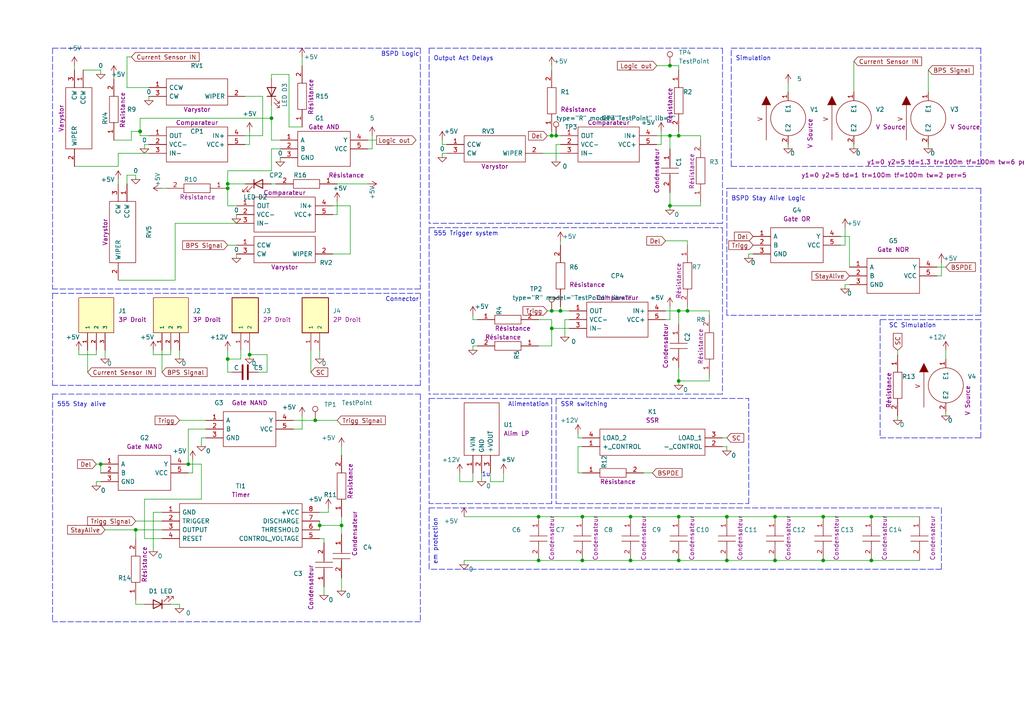
<source format=kicad_sch>
(kicad_sch (version 20211123) (generator eeschema)
  (paper "A4")
  (title_block (title "BSPD") (date "2022-12-11") (rev "V1.0") (company "Ecurie Piston Sport Auto"))
  (junction (at 66.04 104.14))
  (junction (at 182.88 149.86))
  (junction (at 194.31 59.69))
  (junction (at 160.02 39.37))
  (junction (at 99.06 152.4))
  (junction (at 29.21 134.62))
  (junction (at 196.85 149.86))
  (junction (at 194.31 19.05))
  (junction (at 168.91 162.56))
  (junction (at 78.74 34.29))
  (junction (at 156.21 162.56))
  (junction (at 224.79 162.56))
  (junction (at 252.73 162.56))
  (junction (at 196.85 162.56))
  (junction (at 194.31 39.37))
  (junction (at 238.76 162.56))
  (junction (at 156.21 149.86))
  (junction (at 66.04 54.61))
  (junction (at 168.91 149.86))
  (junction (at 196.85 39.37))
  (junction (at 39.37 153.67))
  (junction (at 210.82 149.86))
  (junction (at 210.82 162.56))
  (junction (at 92.71 152.4))
  (junction (at 196.85 90.17))
  (junction (at 182.88 162.56))
  (junction (at 199.39 90.17))
  (junction (at 224.79 149.86))
  (junction (at 72.39 102.87))
  (junction (at 252.73 149.86))
  (junction (at 238.76 149.86))
  (junction (at 40.64 38.1))
  (junction (at 160.02 95.25))
  (junction (at 91.44 121.92))
  (junction (at 160.02 90.17))
  (junction (at 161.29 39.37))
  (junction (at 54.61 134.62))
  (junction (at 196.85 110.49))
  (junction (at 162.56 90.17))
  (junction (at 66.04 53.34))
  (wire (pts (xy 194.31 39.37) (xy 194.31 43.18)))
  (wire (pts (xy 274.32 101.6) (xy 274.32 104.14)))
  (polyline (pts (xy 15.24 13.97) (xy 121.92 13.97)))
  (wire (pts (xy 36.83 50.8) (xy 36.83 53.34)))
  (wire (pts (xy 266.7 162.56) (xy 252.73 162.56)))
  (wire (pts (xy 72.39 102.87) (xy 77.47 102.87)))
  (wire (pts (xy 182.88 162.56) (xy 168.91 162.56)))
  (wire (pts (xy 87.63 124.46) (xy 87.63 120.65)))
  (wire (pts (xy 182.88 149.86) (xy 196.85 149.86)))
  (wire (pts (xy 238.76 162.56) (xy 224.79 162.56)))
  (wire (pts (xy 92.71 152.4) (xy 99.06 152.4)))
  (wire (pts (xy 194.31 92.71) (xy 193.04 92.71)))
  (wire (pts (xy 34.29 44.45) (xy 43.18 44.45)))
  (wire (pts (xy 39.37 151.13) (xy 46.99 151.13)))
  (wire (pts (xy 66.04 101.6) (xy 66.04 104.14)))
  (wire (pts (xy 78.74 21.59) (xy 78.74 22.86)))
  (wire (pts (xy 246.38 68.58) (xy 246.38 77.47)))
  (wire (pts (xy 137.16 139.7) (xy 137.16 137.16)))
  (wire (pts (xy 160.02 90.17) (xy 162.56 90.17)))
  (wire (pts (xy 271.78 77.47) (xy 274.32 77.47)))
  (wire (pts (xy 247.65 41.91) (xy 247.65 43.18)))
  (wire (pts (xy 162.56 88.9) (xy 162.56 90.17)))
  (wire (pts (xy 36.83 50.8) (xy 39.37 50.8)))
  (wire (pts (xy 93.98 170.18) (xy 93.98 172.72)))
  (wire (pts (xy 41.91 43.18) (xy 41.91 41.91)))
  (wire (pts (xy 157.48 44.45) (xy 162.56 44.45)))
  (wire (pts (xy 243.84 71.12) (xy 245.11 71.12)))
  (wire (pts (xy 78.74 30.48) (xy 78.74 34.29)))
  (wire (pts (xy 21.59 20.32) (xy 21.59 19.05)))
  (wire (pts (xy 66.04 59.69) (xy 66.04 54.61)))
  (wire (pts (xy 156.21 92.71) (xy 160.02 92.71)))
  (wire (pts (xy 72.39 102.87) (xy 72.39 104.14)))
  (polyline (pts (xy 15.24 114.3) (xy 121.92 114.3)))
  (wire (pts (xy 160.02 92.71) (xy 160.02 95.25)))
  (wire (pts (xy 55.88 137.16) (xy 54.61 137.16)))
  (wire (pts (xy 106.68 43.18) (xy 107.95 43.18)))
  (wire (pts (xy 36.83 16.51) (xy 38.1 16.51)))
  (wire (pts (xy 54.61 134.62) (xy 54.61 124.46)))
  (wire (pts (xy 78.74 34.29) (xy 78.74 40.64)))
  (wire (pts (xy 196.85 90.17) (xy 193.04 90.17)))
  (wire (pts (xy 160.02 39.37) (xy 161.29 39.37)))
  (wire (pts (xy 21.59 48.26) (xy 34.29 48.26)))
  (polyline (pts (xy 121.92 111.76) (xy 15.24 111.76)))
  (wire (pts (xy 196.85 38.1) (xy 196.85 39.37)))
  (wire (pts (xy 55.88 133.35) (xy 55.88 137.16)))
  (wire (pts (xy 162.56 90.17) (xy 165.1 90.17)))
  (wire (pts (xy 210.82 149.86) (xy 224.79 149.86)))
  (polyline (pts (xy 284.48 127) (xy 284.48 92.71)))
  (wire (pts (xy 72.39 38.1) (xy 72.39 41.91)))
  (polyline (pts (xy 161.29 115.57) (xy 217.17 115.57)))
  (polyline (pts (xy 121.92 114.3) (xy 121.92 180.34)))
  (wire (pts (xy 83.82 21.59) (xy 78.74 21.59)))
  (wire (pts (xy 40.64 38.1) (xy 40.64 34.29)))
  (wire (pts (xy 193.04 69.85) (xy 199.39 69.85)))
  (wire (pts (xy 30.48 153.67) (xy 39.37 153.67)))
  (wire (pts (xy 186.69 137.16) (xy 189.23 137.16)))
  (wire (pts (xy 34.29 52.07) (xy 34.29 53.34)))
  (polyline (pts (xy 124.46 115.57) (xy 124.46 146.05)))
  (wire (pts (xy 194.31 55.88) (xy 194.31 59.69)))
  (wire (pts (xy 238.76 149.86) (xy 252.73 149.86)))
  (wire (pts (xy 67.31 107.95) (xy 66.04 107.95)))
  (wire (pts (xy 66.04 53.34) (xy 66.04 54.61)))
  (polyline (pts (xy 124.46 66.04) (xy 124.46 114.3)))
  (wire (pts (xy 54.61 134.62) (xy 58.42 134.62)))
  (wire (pts (xy 203.2 39.37) (xy 203.2 40.64)))
  (wire (pts (xy 92.71 148.59) (xy 95.25 148.59)))
  (wire (pts (xy 168.91 129.54) (xy 167.64 129.54)))
  (wire (pts (xy 139.7 137.16) (xy 139.7 139.7)))
  (polyline (pts (xy 210.82 54.61) (xy 212.09 54.61)))
  (wire (pts (xy 39.37 173.99) (xy 39.37 175.26)))
  (wire (pts (xy 96.52 62.23) (xy 97.79 62.23)))
  (polyline (pts (xy 273.05 165.1) (xy 124.46 165.1)))
  (polyline (pts (xy 15.24 85.09) (xy 15.24 111.76)))
  (wire (pts (xy 36.83 16.51) (xy 36.83 25.4)))
  (polyline (pts (xy 284.48 92.71) (xy 255.27 92.71)))
  (wire (pts (xy 137.16 92.71) (xy 137.16 91.44)))
  (polyline (pts (xy 124.46 147.32) (xy 273.05 147.32)))
  (wire (pts (xy 129.54 41.91) (xy 128.27 41.91)))
  (wire (pts (xy 273.05 76.2) (xy 273.05 80.01)))
  (polyline (pts (xy 209.55 114.3) (xy 124.46 114.3)))
  (polyline (pts (xy 209.55 13.97) (xy 209.55 64.77)))
  (wire (pts (xy 269.24 20.32) (xy 269.24 26.67)))
  (wire (pts (xy 196.85 20.32) (xy 196.85 19.05)))
  (wire (pts (xy 168.91 162.56) (xy 156.21 162.56)))
  (wire (pts (xy 134.62 162.56) (xy 156.21 162.56)))
  (polyline (pts (xy 217.17 146.05) (xy 217.17 115.57)))
  (wire (pts (xy 40.64 39.37) (xy 43.18 39.37)))
  (wire (pts (xy 162.56 69.85) (xy 162.56 71.12)))
  (polyline (pts (xy 160.02 115.57) (xy 160.02 146.05)))
  (wire (pts (xy 66.04 53.34) (xy 71.12 53.34)))
  (wire (pts (xy 137.16 100.33) (xy 137.16 101.6)))
  (wire (pts (xy 167.64 137.16) (xy 168.91 137.16)))
  (wire (pts (xy 91.44 121.92) (xy 97.79 121.92)))
  (wire (pts (xy 138.43 92.71) (xy 137.16 92.71)))
  (wire (pts (xy 252.73 162.56) (xy 238.76 162.56)))
  (wire (pts (xy 196.85 110.49) (xy 205.74 110.49)))
  (wire (pts (xy 210.82 129.54) (xy 210.82 130.81)))
  (wire (pts (xy 85.09 121.92) (xy 91.44 121.92)))
  (wire (pts (xy 49.53 101.6) (xy 49.53 102.87)))
  (wire (pts (xy 68.58 74.93) (xy 68.58 73.66)))
  (wire (pts (xy 271.78 80.01) (xy 273.05 80.01)))
  (polyline (pts (xy 209.55 66.04) (xy 209.55 114.3)))
  (wire (pts (xy 34.29 44.45) (xy 34.29 48.26)))
  (wire (pts (xy 90.17 101.6) (xy 90.17 107.95)))
  (wire (pts (xy 92.71 156.21) (xy 93.98 156.21)))
  (wire (pts (xy 160.02 38.1) (xy 160.02 39.37)))
  (wire (pts (xy 218.44 73.66) (xy 217.17 73.66)))
  (polyline (pts (xy 212.09 13.97) (xy 284.48 13.97)))
  (wire (pts (xy 194.31 88.9) (xy 194.31 92.71)))
  (polyline (pts (xy 212.09 54.61) (xy 284.48 54.61)))
  (wire (pts (xy 196.85 39.37) (xy 203.2 39.37)))
  (wire (pts (xy 209.55 129.54) (xy 210.82 129.54)))
  (wire (pts (xy 44.45 148.59) (xy 44.45 160.02)))
  (wire (pts (xy 133.35 139.7) (xy 137.16 139.7)))
  (wire (pts (xy 52.07 121.92) (xy 59.69 121.92)))
  (wire (pts (xy 194.31 39.37) (xy 190.5 39.37)))
  (wire (pts (xy 59.69 127) (xy 58.42 127)))
  (wire (pts (xy 224.79 162.56) (xy 210.82 162.56)))
  (wire (pts (xy 128.27 44.45) (xy 129.54 44.45)))
  (polyline (pts (xy 284.48 13.97) (xy 284.48 48.26)))
  (wire (pts (xy 269.24 41.91) (xy 269.24 43.18)))
  (wire (pts (xy 199.39 90.17) (xy 205.74 90.17)))
  (wire (pts (xy 161.29 41.91) (xy 161.29 46.99)))
  (polyline (pts (xy 121.92 180.34) (xy 15.24 180.34)))
  (wire (pts (xy 156.21 100.33) (xy 160.02 100.33)))
  (wire (pts (xy 107.95 43.18) (xy 107.95 39.37)))
  (wire (pts (xy 81.28 46.99) (xy 81.28 45.72)))
  (wire (pts (xy 92.71 151.13) (xy 92.71 152.4)))
  (wire (pts (xy 106.68 40.64) (xy 109.22 40.64)))
  (wire (pts (xy 247.65 17.78) (xy 247.65 26.67)))
  (wire (pts (xy 41.91 41.91) (xy 43.18 41.91)))
  (wire (pts (xy 199.39 90.17) (xy 196.85 90.17)))
  (wire (pts (xy 41.91 144.78) (xy 58.42 144.78)))
  (wire (pts (xy 95.25 148.59) (xy 95.25 147.32)))
  (wire (pts (xy 29.21 139.7) (xy 27.94 139.7)))
  (wire (pts (xy 76.2 27.94) (xy 71.12 27.94)))
  (wire (pts (xy 27.94 134.62) (xy 29.21 134.62)))
  (wire (pts (xy 196.85 39.37) (xy 194.31 39.37)))
  (wire (pts (xy 29.21 20.32) (xy 24.13 20.32)))
  (wire (pts (xy 43.18 25.4) (xy 36.83 25.4)))
  (wire (pts (xy 196.85 149.86) (xy 210.82 149.86)))
  (wire (pts (xy 30.48 101.6) (xy 30.48 104.14)))
  (wire (pts (xy 76.2 27.94) (xy 76.2 39.37)))
  (wire (pts (xy 260.35 101.6) (xy 260.35 102.87)))
  (wire (pts (xy 274.32 119.38) (xy 274.32 120.65)))
  (wire (pts (xy 44.45 102.87) (xy 49.53 102.87)))
  (wire (pts (xy 29.21 134.62) (xy 29.21 137.16)))
  (wire (pts (xy 44.45 102.87) (xy 44.45 101.6)))
  (wire (pts (xy 194.31 19.05) (xy 196.85 19.05)))
  (polyline (pts (xy 209.55 64.77) (xy 124.46 64.77)))
  (wire (pts (xy 133.35 137.16) (xy 133.35 139.7)))
  (wire (pts (xy 92.71 152.4) (xy 92.71 153.67)))
  (polyline (pts (xy 124.46 115.57) (xy 160.02 115.57)))
  (wire (pts (xy 58.42 144.78) (xy 58.42 134.62)))
  (wire (pts (xy 50.8 64.77) (xy 68.58 64.77)))
  (wire (pts (xy 58.42 127) (xy 58.42 129.54)))
  (wire (pts (xy 160.02 95.25) (xy 160.02 100.33)))
  (wire (pts (xy 50.8 81.28) (xy 50.8 64.77)))
  (polyline (pts (xy 255.27 127) (xy 284.48 127)))
  (wire (pts (xy 101.6 73.66) (xy 96.52 73.66)))
  (wire (pts (xy 246.38 82.55) (xy 245.11 82.55)))
  (wire (pts (xy 85.09 124.46) (xy 87.63 124.46)))
  (polyline (pts (xy 255.27 92.71) (xy 255.27 127)))
  (wire (pts (xy 78.74 49.53) (xy 78.74 43.18)))
  (wire (pts (xy 199.39 71.12) (xy 199.39 69.85)))
  (wire (pts (xy 27.94 101.6) (xy 27.94 102.87)))
  (polyline (pts (xy 212.09 48.26) (xy 212.09 13.97)))
  (wire (pts (xy 39.37 156.21) (xy 39.37 153.67)))
  (wire (pts (xy 71.12 39.37) (xy 76.2 39.37)))
  (wire (pts (xy 167.64 129.54) (xy 167.64 137.16)))
  (wire (pts (xy 72.39 101.6) (xy 72.39 102.87)))
  (wire (pts (xy 25.4 101.6) (xy 25.4 107.95)))
  (wire (pts (xy 33.02 21.59) (xy 33.02 22.86)))
  (wire (pts (xy 137.16 100.33) (xy 138.43 100.33)))
  (polyline (pts (xy 15.24 114.3) (xy 15.24 180.34)))
  (wire (pts (xy 99.06 149.86) (xy 99.06 152.4)))
  (wire (pts (xy 167.64 125.73) (xy 167.64 127)))
  (wire (pts (xy 260.35 120.65) (xy 260.35 121.92)))
  (wire (pts (xy 40.64 39.37) (xy 40.64 38.1)))
  (wire (pts (xy 52.07 175.26) (xy 52.07 176.53)))
  (wire (pts (xy 46.99 54.61) (xy 48.26 54.61)))
  (wire (pts (xy 191.77 41.91) (xy 190.5 41.91)))
  (wire (pts (xy 134.62 149.86) (xy 156.21 149.86)))
  (wire (pts (xy 199.39 88.9) (xy 199.39 90.17)))
  (wire (pts (xy 190.5 19.05) (xy 194.31 19.05)))
  (wire (pts (xy 163.83 92.71) (xy 163.83 97.79)))
  (wire (pts (xy 66.04 59.69) (xy 68.58 59.69)))
  (polyline (pts (xy 121.92 85.09) (xy 121.92 111.76)))
  (wire (pts (xy 158.75 39.37) (xy 160.02 39.37)))
  (wire (pts (xy 78.74 43.18) (xy 81.28 43.18)))
  (polyline (pts (xy 121.92 83.82) (xy 15.24 83.82)))
  (wire (pts (xy 99.06 129.54) (xy 99.06 132.08)))
  (wire (pts (xy 46.99 101.6) (xy 46.99 107.95)))
  (wire (pts (xy 209.55 127) (xy 210.82 127)))
  (polyline (pts (xy 273.05 147.32) (xy 273.05 165.1)))
  (wire (pts (xy 161.29 39.37) (xy 162.56 39.37)))
  (wire (pts (xy 38.1 38.1) (xy 40.64 38.1)))
  (polyline (pts (xy 15.24 13.97) (xy 15.24 83.82)))
  (wire (pts (xy 101.6 59.69) (xy 101.6 73.66)))
  (wire (pts (xy 43.18 27.94) (xy 43.18 29.21)))
  (wire (pts (xy 162.56 41.91) (xy 161.29 41.91)))
  (polyline (pts (xy 161.29 146.05) (xy 217.17 146.05)))
  (polyline (pts (xy 124.46 66.04) (xy 209.55 66.04)))
  (wire (pts (xy 196.85 162.56) (xy 182.88 162.56)))
  (wire (pts (xy 66.04 71.12) (xy 68.58 71.12)))
  (polyline (pts (xy 212.09 48.26) (xy 284.48 48.26)))
  (wire (pts (xy 69.85 104.14) (xy 66.04 104.14)))
  (wire (pts (xy 101.6 59.69) (xy 96.52 59.69)))
  (polyline (pts (xy 124.46 13.97) (xy 209.55 13.97)))
  (wire (pts (xy 29.21 21.59) (xy 29.21 20.32)))
  (wire (pts (xy 52.07 101.6) (xy 52.07 104.14)))
  (wire (pts (xy 77.47 107.95) (xy 77.47 102.87)))
  (wire (pts (xy 40.64 34.29) (xy 78.74 34.29)))
  (wire (pts (xy 54.61 124.46) (xy 59.69 124.46)))
  (wire (pts (xy 92.71 101.6) (xy 92.71 104.14)))
  (polyline (pts (xy 210.82 91.44) (xy 210.82 54.61)))
  (wire (pts (xy 66.04 49.53) (xy 78.74 49.53)))
  (wire (pts (xy 39.37 153.67) (xy 46.99 153.67)))
  (wire (pts (xy 87.63 16.51) (xy 87.63 19.05)))
  (wire (pts (xy 97.79 53.34) (xy 106.68 53.34)))
  (wire (pts (xy 66.04 104.14) (xy 66.04 107.95)))
  (wire (pts (xy 38.1 40.64) (xy 38.1 38.1)))
  (wire (pts (xy 191.77 38.1) (xy 191.77 41.91)))
  (wire (pts (xy 41.91 144.78) (xy 41.91 156.21)))
  (wire (pts (xy 168.91 149.86) (xy 182.88 149.86)))
  (wire (pts (xy 165.1 92.71) (xy 163.83 92.71)))
  (wire (pts (xy 167.64 127) (xy 168.91 127)))
  (wire (pts (xy 160.02 95.25) (xy 165.1 95.25)))
  (wire (pts (xy 243.84 68.58) (xy 246.38 68.58)))
  (wire (pts (xy 22.86 102.87) (xy 27.94 102.87)))
  (wire (pts (xy 194.31 59.69) (xy 203.2 59.69)))
  (wire (pts (xy 158.75 90.17) (xy 160.02 90.17)))
  (wire (pts (xy 228.6 24.13) (xy 228.6 26.67)))
  (wire (pts (xy 68.58 63.5) (xy 68.58 62.23)))
  (wire (pts (xy 93.98 156.21) (xy 93.98 157.48)))
  (wire (pts (xy 128.27 41.91) (xy 128.27 40.64)))
  (polyline (pts (xy 161.29 115.57) (xy 161.29 146.05)))
  (wire (pts (xy 66.04 49.53) (xy 66.04 53.34)))
  (wire (pts (xy 196.85 110.49) (xy 196.85 111.76)))
  (wire (pts (xy 99.06 167.64) (xy 99.06 171.45)))
  (polyline (pts (xy 160.02 146.05) (xy 124.46 146.05)))
  (wire (pts (xy 142.24 139.7) (xy 146.05 139.7)))
  (wire (pts (xy 252.73 149.86) (xy 266.7 149.86)))
  (wire (pts (xy 128.27 44.45) (xy 128.27 45.72)))
  (wire (pts (xy 146.05 137.16) (xy 146.05 139.7)))
  (wire (pts (xy 78.74 40.64) (xy 81.28 40.64)))
  (wire (pts (xy 39.37 50.8) (xy 39.37 52.07)))
  (wire (pts (xy 196.85 106.68) (xy 196.85 110.49)))
  (wire (pts (xy 205.74 110.49) (xy 205.74 109.22)))
  (wire (pts (xy 99.06 152.4) (xy 99.06 154.94)))
  (polyline (pts (xy 15.24 85.09) (xy 121.92 85.09)))
  (wire (pts (xy 134.62 162.56) (xy 134.62 163.83)))
  (wire (pts (xy 27.94 139.7) (xy 27.94 140.97)))
  (wire (pts (xy 224.79 149.86) (xy 238.76 149.86)))
  (wire (pts (xy 46.99 148.59) (xy 44.45 148.59)))
  (wire (pts (xy 203.2 59.69) (xy 203.2 58.42)))
  (wire (pts (xy 22.86 102.87) (xy 22.86 101.6)))
  (polyline (pts (xy 284.48 54.61) (xy 284.48 91.44)))
  (wire (pts (xy 210.82 162.56) (xy 196.85 162.56)))
  (wire (pts (xy 156.21 149.86) (xy 168.91 149.86)))
  (wire (pts (xy 49.53 175.26) (xy 52.07 175.26)))
  (wire (pts (xy 142.24 137.16) (xy 142.24 139.7)))
  (wire (pts (xy 245.11 66.04) (xy 245.11 71.12)))
  (polyline (pts (xy 284.48 91.44) (xy 210.82 91.44)))
  (wire (pts (xy 46.99 156.21) (xy 41.91 156.21)))
  (wire (pts (xy 228.6 41.91) (xy 228.6 43.18)))
  (wire (pts (xy 71.12 41.91) (xy 72.39 41.91)))
  (polyline (pts (xy 124.46 13.97) (xy 124.46 64.77)))
  (wire (pts (xy 97.79 58.42) (xy 97.79 62.23)))
  (wire (pts (xy 160.02 19.05) (xy 160.02 20.32)))
  (polyline (pts (xy 121.92 13.97) (xy 121.92 83.82)))
  (wire (pts (xy 217.17 73.66) (xy 217.17 74.93)))
  (wire (pts (xy 78.74 53.34) (xy 80.01 53.34)))
  (wire (pts (xy 205.74 90.17) (xy 205.74 91.44)))
  (wire (pts (xy 39.37 175.26) (xy 41.91 175.26)))
  (wire (pts (xy 74.93 107.95) (xy 77.47 107.95)))
  (wire (pts (xy 87.63 36.83) (xy 83.82 36.83)))
  (wire (pts (xy 33.02 40.64) (xy 38.1 40.64)))
  (wire (pts (xy 83.82 36.83) (xy 83.82 21.59)))
  (wire (pts (xy 34.29 81.28) (xy 50.8 81.28)))
  (polyline (pts (xy 124.46 147.32) (xy 124.46 165.1)))
  (wire (pts (xy 196.85 90.17) (xy 196.85 93.98)))
  (wire (pts (xy 69.85 101.6) (xy 69.85 104.14)))
  (wire (pts (xy 194.31 59.69) (xy 194.31 60.96)))
  (wire (pts (xy 245.11 82.55) (xy 245.11 83.82)))
  (text "em protection\n" (at 127 163.83 90) (effects (font (size 1.27 1.27)) (justify left bottom)))
  (text "BSPD Stay Alive Logic" (at 212.09 58.42 0) (effects (font (size 1.27 1.27)) (justify left bottom)))
  (text "1u\n" (at 139.7 138.43 0) (effects (font (size 1.27 1.27)) (justify left bottom)))
  (text "SSR switching" (at 162.56 118.11 0) (effects (font (size 1.27 1.27)) (justify left bottom)))
  (text "Simulation" (at 213.36 17.78 0) (effects (font (size 1.27 1.27)) (justify left bottom)))
  (text "Connector" (at 111.76 87.63 0) (effects (font (size 1.27 1.27)) (justify left bottom)))
  (text "BSPD Logic" (at 110.49 16.51 0) (effects (font (size 1.27 1.27)) (justify left bottom)))
  (text "555 Trigger system" (at 125.73 68.58 0) (effects (font (size 1.27 1.27)) (justify left bottom)))
  (text "SC Simulation" (at 257.81 95.25 0) (effects (font (size 1.27 1.27)) (justify left bottom)))
  (text "Output Act Delays" (at 125.73 17.78 0) (effects (font (size 1.27 1.27)) (justify left bottom)))
  (text "555 Stay alive" (at 16.51 118.11 0) (effects (font (size 1.27 1.27)) (justify left bottom)))
  (text "Alimentation\n" (at 147.32 118.11 0) (effects (font (size 1.27 1.27)) (justify left bottom)))
  (global_label "SC" (shape input) (at 260.35 101.6 90) (property "Intersheet References" "${INTERSHEET_REFS}" (effects hide)))
  (global_label "SC" (shape input) (at 210.82 127 0) (property "Intersheet References" "${INTERSHEET_REFS}" (effects hide)))
  (global_label "Trigg" (shape input) (at 218.44 71.12 180) (property "Intersheet References" "${INTERSHEET_REFS}" (effects hide)))
  (global_label "Trigg" (shape input) (at 158.75 90.17 180) (property "Intersheet References" "${INTERSHEET_REFS}" (effects hide)))
  (global_label "BSPDE" (shape input) (at 274.32 77.47 0) (property "Intersheet References" "${INTERSHEET_REFS}" (effects hide)))
  (global_label "BPS Signal" (shape input) (at 269.24 20.32 0) (property "Intersheet References" "${INTERSHEET_REFS}" (effects hide)))
  (global_label "Trigg Signal" (shape input) (at 97.79 121.92 0) (property "Intersheet References" "${INTERSHEET_REFS}" (effects hide)))
  (global_label "Current Sensor IN" (shape input) (at 247.65 17.78 0) (property "Intersheet References" "${INTERSHEET_REFS}" (effects hide)))
  (global_label "BPS Signal" (shape input) (at 66.04 71.12 180) (property "Intersheet References" "${INTERSHEET_REFS}" (effects hide)))
  (global_label "BSPDE" (shape input) (at 189.23 137.16 0) (property "Intersheet References" "${INTERSHEET_REFS}" (effects hide)))
  (global_label "Del" (shape input) (at 27.94 134.62 180) (property "Intersheet References" "${INTERSHEET_REFS}" (effects hide)))
  (global_label "Trigg Signal" (shape input) (at 39.37 151.13 180) (property "Intersheet References" "${INTERSHEET_REFS}" (effects hide)))
  (global_label "StayAlive" (shape input) (at 246.38 80.01 180) (property "Intersheet References" "${INTERSHEET_REFS}" (effects hide)))
  (global_label "Del" (shape input) (at 158.75 39.37 180) (property "Intersheet References" "${INTERSHEET_REFS}" (effects hide)))
  (global_label "Del" (shape input) (at 218.44 68.58 180) (property "Intersheet References" "${INTERSHEET_REFS}" (effects hide)))
  (global_label "Logic out" (shape output) (at 109.22 40.64 0) (property "Intersheet References" "${INTERSHEET_REFS}" (effects hide)))
  (global_label "Trigg" (shape input) (at 52.07 121.92 180) (property "Intersheet References" "${INTERSHEET_REFS}" (effects hide)))
  (global_label "Logic out" (shape input) (at 190.5 19.05 180) (property "Intersheet References" "${INTERSHEET_REFS}" (effects hide)))
  (global_label "SC" (shape input) (at 90.17 107.95 0) (property "Intersheet References" "${INTERSHEET_REFS}" (effects hide)))
  (global_label "BPS Signal" (shape input) (at 46.99 107.95 0) (property "Intersheet References" "${INTERSHEET_REFS}" (effects hide)))
  (global_label "Current Sensor IN" (shape input) (at 38.1 16.51 0) (property "Intersheet References" "${INTERSHEET_REFS}" (effects hide)))
  (global_label "Current Sensor IN" (shape input) (at 25.4 107.95 0) (property "Intersheet References" "${INTERSHEET_REFS}" (effects hide)))
  (global_label "StayAlive" (shape input) (at 30.48 153.67 180) (property "Intersheet References" "${INTERSHEET_REFS}" (effects hide)))
  (global_label "Del" (shape input) (at 193.04 69.85 180) (property "Intersheet References" "${INTERSHEET_REFS}" (effects hide)))
  (symbol (lib_id "power:+5V") (at 191.77 38.1 0) (unit 1)
    (property "Reference" "#PWR09" (effects hide))
    (property "Value" "+5V" (at 187.96 35.56 0))
  )
  (symbol (lib_id "power:+5V") (at 273.05 76.2 0) (unit 1)
    (property "Reference" "#PWR024" (effects hide))
    (property "Value" "+5V" (at 275.59 74.93 0))
  )
  (symbol (lib_id "pspice:0") (at 137.16 101.6 0) (unit 1)
    (property "Reference" "#GND018" (effects hide))
    (property "Value" "0" (at 137.16 99.06 0))
  )
  (symbol (lib_id "EPSA_lib:Gate AND SN74AHCT1G08DBVR") (at 81.28 40.64 0) (unit 1)
    (property "Reference" "G1" (at 92.71 34.29 0))
    (property "Value" "Gate AND SN74AHCT1G08DBVR" (effects hide))
    (property "Footprint" "EPSA_lib:SOT95P280X145-5N" (effects hide))
    (property "Datasheet" "https://datasheet.datasheetarchive.com/originals/distributors/SFDatasheet-6/sf-000128638.pdf" (effects hide))
    (property "Description" "SN74AHCT1G08DBVR, Logic Gate 2 Input AND, AHCT, 8mA 5V 5-Pin SOT-23" (effects hide))
    (property "Height" "1.45" (effects hide))
    (property "Manufacturer_Name" "Texas Instruments" (effects hide))
    (property "Manufacturer_Part_Number" "SN74AHCT1G08DBVR" (effects hide))
    (property "Mouser Part Number" "595-SN74AHCT1G08DBVR" (effects hide))
    (property "Mouser Price/Stock" "https://www.mouser.co.uk/ProductDetail/Texas-Instruments/SN74AHCT1G08DBVR?qs=8Pd2FuFSoMGY9AK%2Ftqwbcw%3D%3D" (effects hide))
    (property "Arrow Part Number" "SN74AHCT1G08DBVR" (effects hide))
    (property "Arrow Price/Stock" "https://www.arrow.com/en/products/sn74ahct1g08dbvr/texas-instruments?region=nac" (effects hide))
    (property "Spice_Primitive" "X" (effects hide))
    (property "Spice_Model" "SN74AHC1G08" (effects hide))
    (property "Spice_Netlist_Enabled" "Y" (effects hide))
    (property "Spice_Node_Sequence" "4,1,2,5,3" (effects hide))
    (property "Spice_Lib_File" "${EPSA}\\SpiceModel\\AND_SN74AHC1G08.lib" (effects hide))
    (property "Render Name" "Gate AND" (at 93.98 36.83 0))
  )
  (symbol (lib_id "EPSA_lib:Résistance RK73H2BLTDD2152F") (at 160.02 38.1 90) (unit 1)
    (property "Reference" "R1" (at 162.56 26.6699 90) (effects (justify right)))
    (property "Value" "Résistance RK73H2BLTDD2152F" (effects hide))
    (property "Footprint" "EPSA_lib:RESC3216X70N" (effects hide))
    (property "Datasheet" "http://www.koaspeer.com/catimages/Products/RK73H/RK73H.pdf" (effects hide))
    (property "Description" "Thick Film Resistors - SMD" (effects hide))
    (property "Height" "0.7" (effects hide))
    (property "Manufacturer_Name" "KOA Speer" (effects hide))
    (property "Manufacturer_Part_Number" "RK73H2BLTDD2152F" (effects hide))
    (property "Mouser Part Number" "N/A" (effects hide))
    (property "Mouser Price/Stock" "https://www.mouser.co.uk/ProductDetail/KOA-Speer/RK73H2BLTDD2152F?qs=WeIALVmW3zmyxMFsjVzMRw%3D%3D" (effects hide))
    (property "Spice_Primitive" "R" (effects hide))
    (property "Spice_Model" "10k" (at 162.56 29.2099 90) (effects (justify right)))
    (property "Spice_Netlist_Enabled" "Y" (effects hide))
    (property "Render Name" "Résistance" (at 162.56 31.7499 90) (effects (justify right)))
  )
  (symbol (lib_id "pspice:0") (at 30.48 104.14 0) (unit 1)
    (property "Reference" "#GND014" (effects hide))
    (property "Value" "0" (at 31.75 105.41 0))
  )
  (symbol (lib_id "power:+12V") (at 274.32 101.6 0) (unit 1)
    (property "Reference" "#PWR0101" (effects hide))
    (property "Value" "+12V" (at 271.78 97.79 0))
  )
  (symbol (lib_id "EPSA_lib:Varystor 3296Y-1-223LF") (at 157.48 44.45 180) (unit 1)
    (property "Reference" "RV3" (at 139.6999 38.1 0) (effects (justify right)))
    (property "Value" "Varystor 3296Y-1-223LF" (effects hide))
    (property "Footprint" "EPSA_lib:3296Y1223LF" (effects hide))
    (property "Datasheet" "https://www.bourns.com/docs/Product-Datasheets/3296.pdf" (effects hide))
    (property "Description" "Bourns 3296Y Series 25-Turn Through Hole Cermet Trimmer Resistor with Solder Pin Terminations, 22k +/-10% 0.5W +/-100ppm/C" (effects hide))
    (property "Height" "11.8" (effects hide))
    (property "Manufacturer_Name" "Bourns" (effects hide))
    (property "Manufacturer_Part_Number" "3296Y-1-223LF" (effects hide))
    (property "Mouser Part Number" "652-3296Y-1-223LF" (effects hide))
    (property "Mouser Price/Stock" "https://www.mouser.co.uk/ProductDetail/Bourns/3296Y-1-223LF?qs=RUdTbCszRyG%2Fz0rQkQfbLg%3D%3D" (effects hide))
    (property "Arrow Part Number" "3296Y-1-223LF" (effects hide))
    (property "Arrow Price/Stock" "https://www.arrow.com/en/products/3296y-1-223lf/bourns" (effects hide))
    (property "Spice_Primitive" "X" (effects hide))
    (property "Spice_Model" "VARYSTOR Rtot=20k Part=0.78" (at 127 50.8 0) (effects (justify right)))
    (property "Spice_Netlist_Enabled" "Y" (effects hide))
    (property "Spice_Lib_File" "${EPSA}\\SpiceModel\\VARYSTOR.lib" (effects hide))
    (property "Render Name" "Varystor" (at 143.51 48.26 0))
  )
  (symbol (lib_id "EPSA_lib:Résistance RK73H2BLTDD2152F") (at 87.63 36.83 90) (unit 1)
    (property "Reference" "R15" (at 91.44 27.94 90) (effects (justify right)))
    (property "Value" "Résistance RK73H2BLTDD2152F" (effects hide))
    (property "Footprint" "EPSA_lib:RESC3216X70N" (effects hide))
    (property "Datasheet" "http://www.koaspeer.com/catimages/Products/RK73H/RK73H.pdf" (effects hide))
    (property "Description" "Thick Film Resistors - SMD" (effects hide))
    (property "Height" "0.7" (effects hide))
    (property "Manufacturer_Name" "KOA Speer" (effects hide))
    (property "Manufacturer_Part_Number" "RK73H2BLTDD2152F" (effects hide))
    (property "Mouser Part Number" "N/A" (effects hide))
    (property "Mouser Price/Stock" "https://www.mouser.co.uk/ProductDetail/KOA-Speer/RK73H2BLTDD2152F?qs=WeIALVmW3zmyxMFsjVzMRw%3D%3D" (effects hide))
    (property "Spice_Primitive" "R" (effects hide))
    (property "Spice_Model" "500" (at 87.63 34.29 90) (effects (justify right)))
    (property "Spice_Netlist_Enabled" "Y" (effects hide))
    (property "Render Name" "Résistance" (at 90.17 22.86 0) (effects (justify right)))
  )
  (symbol (lib_id "power:+5V") (at 97.79 58.42 0) (unit 1)
    (property "Reference" "#PWR05" (effects hide))
    (property "Value" "+5V" (at 96.52 54.61 0) (effects (justify left)))
  )
  (symbol (lib_id "power:+12V") (at 167.64 125.73 0) (unit 1)
    (property "Reference" "#PWR027" (effects hide))
    (property "Value" "+12V" (at 165.1 121.92 0))
  )
  (symbol (lib_id "EPSA_lib:LED") (at 45.72 175.26 180) (unit 1)
    (property "Reference" "D1" (at 44.45 171.45 0))
    (property "Value" "LED" (at 48.26 171.45 0))
    (property "Footprint" "LED_THT:LED_D5.0mm" (effects hide))
    (property "Spice_Primitive" "D" (effects hide))
    (property "Spice_Model" "LED" (effects hide))
    (property "Spice_Netlist_Enabled" "N" (effects hide))
  )
  (symbol (lib_id "EPSA_lib:Condensateur 0805Y1000104JXT") (at 238.76 149.86 270) (unit 1)
    (property "Reference" "C12" (at 233.68 153.67 90) (effects (justify right)))
    (property "Value" "Condensateur 0805Y1000104JXT" (effects hide))
    (property "Footprint" "EPSA_lib:CAPC2012X130N" (effects hide))
    (property "Datasheet" "http://docs-europe.electrocomponents.com/webdocs/119d/0900766b8119d7bc.pdf" (effects hide))
    (property "Description" "Syfer 0805 Ceramic Chip Capacitors" (effects hide))
    (property "Height" "1.3" (effects hide))
    (property "Manufacturer_Name" "Syfer" (effects hide))
    (property "Manufacturer_Part_Number" "0805Y1000104JXT" (effects hide))
    (property "Arrow Part Number" "0805Y1000104JXT" (effects hide))
    (property "Arrow Price/Stock" "https://www.arrow.com/en/products/0805y1000104jxt/syfer-technology?region=europe" (effects hide))
    (property "Spice_Primitive" "C" (effects hide))
    (property "Spice_Model" "10n" (at 234.95 158.75 90) (effects (justify right)))
    (property "Spice_Netlist_Enabled" "N" (effects hide))
    (property "Render Name" "Condensateur" (at 242.57 162.56 0) (effects (justify right)))
  )
  (symbol (lib_id "power:+5V") (at 228.6 24.13 0) (unit 1)
    (property "Reference" "#PWR01" (effects hide))
    (property "Value" "+5V" (at 231.14 22.8599 0) (effects (justify left)))
    (property "Spice_Primitive" "I" (effects hide))
    (property "Spice_Model" "dc 5" (effects hide))
    (property "Spice_Netlist_Enabled" "Y" (effects hide))
  )
  (symbol (lib_id "EPSA_lib:Gate NAND SN74AHCT1G00DBVR") (at 29.21 134.62 0) (unit 1)
    (property "Reference" "G2" (at 41.91 127 0))
    (property "Value" "Gate NAND SN74AHCT1G00DBVR" (effects hide))
    (property "Footprint" "EPSA_lib:SOT95P280X145-5N" (effects hide))
    (property "Datasheet" "http://www.ti.com/lit/gpn/sn74ahct1g00" (effects hide))
    (property "Description" "Single 2-Input Positive-NAND Gate" (effects hide))
    (property "Height" "1.45" (effects hide))
    (property "Manufacturer_Name" "Texas Instruments" (effects hide))
    (property "Manufacturer_Part_Number" "SN74AHCT1G00DBVR" (effects hide))
    (property "Mouser Part Number" "595-SN74AHCT1G00DBVR" (effects hide))
    (property "Mouser Price/Stock" "https://www.mouser.co.uk/ProductDetail/Texas-Instruments/SN74AHCT1G00DBVR?qs=w32V8uFkMxnwwXcMH%2F61Dg%3D%3D" (effects hide))
    (property "Arrow Part Number" "SN74AHCT1G00DBVR" (effects hide))
    (property "Arrow Price/Stock" "https://www.arrow.com/en/products/sn74ahct1g00dbvr/texas-instruments" (effects hide))
    (property "Spice_Primitive" "X" (effects hide))
    (property "Spice_Model" "SN74AHCT1G00" (effects hide))
    (property "Spice_Netlist_Enabled" "Y" (effects hide))
    (property "Spice_Node_Sequence" "4,1,2,5,3" (effects hide))
    (property "Spice_Lib_File" "${EPSA}\\SpiceModel\\NAND_SN74AHCT1G00.lib" (effects hide))
    (property "Render Name" "Gate NAND" (at 41.91 129.54 0))
  )
  (symbol (lib_id "EPSA_lib:Varystor 3296Y-1-223LF") (at 34.29 81.28 90) (unit 1)
    (property "Reference" "RV5" (at 43.18 67.31 0))
    (property "Value" "Varystor 3296Y-1-223LF" (effects hide))
    (property "Footprint" "EPSA_lib:3296Y1223LF" (effects hide))
    (property "Datasheet" "https://www.bourns.com/docs/Product-Datasheets/3296.pdf" (effects hide))
    (property "Description" "Bourns 3296Y Series 25-Turn Through Hole Cermet Trimmer Resistor with Solder Pin Terminations, 22k +/-10% 0.5W +/-100ppm/C" (effects hide))
    (property "Height" "11.8" (effects hide))
    (property "Manufacturer_Name" "Bourns" (effects hide))
    (property "Manufacturer_Part_Number" "3296Y-1-223LF" (effects hide))
    (property "Mouser Part Number" "652-3296Y-1-223LF" (effects hide))
    (property "Mouser Price/Stock" "https://www.mouser.co.uk/ProductDetail/Bourns/3296Y-1-223LF?qs=RUdTbCszRyG%2Fz0rQkQfbLg%3D%3D" (effects hide))
    (property "Arrow Part Number" "3296Y-1-223LF" (effects hide))
    (property "Arrow Price/Stock" "https://www.arrow.com/en/products/3296y-1-223lf/bourns" (effects hide))
    (property "Spice_Primitive" "X" (effects hide))
    (property "Spice_Model" "VARYSTOR Rtot=20k Part=0.4" (at 40.64 67.31 0))
    (property "Spice_Netlist_Enabled" "Y" (effects hide))
    (property "Spice_Lib_File" "${EPSA}\\SpiceModel\\VARYSTOR.lib" (effects hide))
    (property "Render Name" "Varystor" (at 30.48 67.31 0))
  )
  (symbol (lib_id "power:+5V") (at 34.29 52.07 0) (unit 1)
    (property "Reference" "#PWR03" (effects hide))
    (property "Value" "+5V" (at 29.21 52.07 0) (effects (justify left)))
  )
  (symbol (lib_id "power:+5V") (at 55.88 133.35 0) (unit 1)
    (property "Reference" "#PWR012" (effects hide))
    (property "Value" "+5V" (at 52.07 130.81 0))
  )
  (symbol (lib_id "EPSA_lib:Résistance RK73H2BLTDD2152F") (at 162.56 88.9 90) (unit 1)
    (property "Reference" "R6" (at 165.1 77.4699 90) (effects (justify right)))
    (property "Value" "Résistance RK73H2BLTDD2152F" (effects hide))
    (property "Footprint" "EPSA_lib:RESC3216X70N" (effects hide))
    (property "Datasheet" "http://www.koaspeer.com/catimages/Products/RK73H/RK73H.pdf" (effects hide))
    (property "Description" "Thick Film Resistors - SMD" (effects hide))
    (property "Height" "0.7" (effects hide))
    (property "Manufacturer_Name" "KOA Speer" (effects hide))
    (property "Manufacturer_Part_Number" "RK73H2BLTDD2152F" (effects hide))
    (property "Mouser Part Number" "N/A" (effects hide))
    (property "Mouser Price/Stock" "https://www.mouser.co.uk/ProductDetail/KOA-Speer/RK73H2BLTDD2152F?qs=WeIALVmW3zmyxMFsjVzMRw%3D%3D" (effects hide))
    (property "Spice_Primitive" "R" (effects hide))
    (property "Spice_Model" "10k" (at 165.1 80.0099 90) (effects (justify right)))
    (property "Spice_Netlist_Enabled" "Y" (effects hide))
    (property "Render Name" "Résistance" (at 165.1 82.5499 90) (effects (justify right)))
  )
  (symbol (lib_id "pspice:0") (at 43.18 29.21 0) (unit 1)
    (property "Reference" "#GND02" (effects hide))
    (property "Value" "0" (at 43.18 26.67 0))
  )
  (symbol (lib_id "power:+5V") (at 160.02 19.05 0) (unit 1)
    (property "Reference" "#PWR08" (effects hide))
    (property "Value" "+5V" (at 162.56 17.78 0))
  )
  (symbol (lib_id "EPSA_lib:2P Droit 2-11-2022") (at 69.85 91.44 90) (unit 1)
    (property "Reference" "J3" (at 76.2 90.1699 90) (effects (justify right)))
    (property "Value" "2P Droit 2-11-2022" (effects hide))
    (property "Footprint" "EPSA_lib:MOLEX_22-11-2022" (effects hide))
    (property "MAXIMUM_PACKAGE_HEIGHT" "10.66mm" (effects hide))
    (property "PARTREV" "BD8" (effects hide))
    (property "STANDARD" "Manufacturer Recommendations" (effects hide))
    (property "MANUFACTURER" "Molex" (effects hide))
    (property "Spice_Primitive" "J" (effects hide))
    (property "Spice_Model" "22-11-2022" (effects hide))
    (property "Spice_Netlist_Enabled" "N" (effects hide))
    (property "Render Name" "2P Droit" (at 76.2 92.7099 90) (effects (justify right)))
  )
  (symbol (lib_id "pspice:0") (at 93.98 172.72 0) (unit 1)
    (property "Reference" "#GND023" (effects hide))
    (property "Value" "0" (at 95.25 173.99 0) (effects (justify left)))
  )
  (symbol (lib_id "EPSA_lib:Comparateur TS391ILT") (at 43.18 39.37 0) (unit 1)
    (property "Reference" "CP1" (at 57.15 38.1 0))
    (property "Value" "Comparateur TS391ILT" (effects hide))
    (property "Footprint" "EPSA_lib:SOT95P280X145-5N" (effects hide))
    (property "Datasheet" "http://www.st.com/st-web-ui/static/active/en/resource/technical/document/datasheet/CD00001660.pdf" (effects hide))
    (property "Description" "TS391ILT, Comparator Open Collector 0.3us 12 V, 15 V, 18 V, 24 V, 28 V, 3 V, 5 V, 9 V 5-Pin SOT-23" (effects hide))
    (property "Height" "1.45" (effects hide))
    (property "Manufacturer_Name" "STMicroelectronics" (effects hide))
    (property "Manufacturer_Part_Number" "TS391ILT" (effects hide))
    (property "Mouser Part Number" "511-TS391IL" (effects hide))
    (property "Mouser Price/Stock" "https://www.mouser.co.uk/ProductDetail/STMicroelectronics/TS391ILT?qs=P8h1tZw8GcB9GWR61XM17g%3D%3D" (effects hide))
    (property "Arrow Part Number" "TS391ILT" (effects hide))
    (property "Arrow Price/Stock" "https://www.arrow.com/en/products/ts391ilt/stmicroelectronics?region=europe" (effects hide))
    (property "Spice_Primitive" "X" (effects hide))
    (property "Spice_Model" "TS391" (effects hide))
    (property "Spice_Netlist_Enabled" "Y" (effects hide))
    (property "Spice_Node_Sequence" "4,3,5,2,1" (effects hide))
    (property "Spice_Lib_File" "${EPSA}\\SpiceModel\\C_ts391.lib" (effects hide))
    (property "Render Name" "Comparateur" (at 57.15 35.56 0))
  )
  (symbol (lib_id "EPSA_lib:Résistance RK73H2BLTDD2152F") (at 196.85 20.32 270) (unit 1)
    (property "Reference" "R2" (at 198.12 26.67 90) (effects (justify left)))
    (property "Value" "Résistance RK73H2BLTDD2152F" (effects hide))
    (property "Footprint" "EPSA_lib:RESC3216X70N" (effects hide))
    (property "Datasheet" "http://www.koaspeer.com/catimages/Products/RK73H/RK73H.pdf" (effects hide))
    (property "Description" "Thick Film Resistors - SMD" (effects hide))
    (property "Height" "0.7" (effects hide))
    (property "Manufacturer_Name" "KOA Speer" (effects hide))
    (property "Manufacturer_Part_Number" "RK73H2BLTDD2152F" (effects hide))
    (property "Mouser Part Number" "N/A" (effects hide))
    (property "Mouser Price/Stock" "https://www.mouser.co.uk/ProductDetail/KOA-Speer/RK73H2BLTDD2152F?qs=WeIALVmW3zmyxMFsjVzMRw%3D%3D" (effects hide))
    (property "Spice_Primitive" "R" (effects hide))
    (property "Spice_Model" "390k" (at 199.39 29.21 0) (effects (justify left)))
    (property "Spice_Netlist_Enabled" "Y" (effects hide))
    (property "Render Name" "Résistance" (at 194.31 25.4 0) (effects (justify left)))
  )
  (symbol (lib_id "pspice:0") (at 68.58 63.5 0) (unit 1)
    (property "Reference" "#GND05" (effects hide))
    (property "Value" "0" (at 68.58 60.96 0))
  )
  (symbol (lib_id "pspice:0") (at 269.24 43.18 0) (unit 1)
    (property "Reference" "#GND07" (effects hide))
    (property "Value" "0" (at 270.51 44.45 0))
  )
  (symbol (lib_id "EPSA_lib:Condensateur 0805Y1000104JXT") (at 99.06 154.94 270) (unit 1)
    (property "Reference" "C4" (at 107.95 158.75 90) (effects (justify right)))
    (property "Value" "Condensateur 0805Y1000104JXT" (effects hide))
    (property "Footprint" "EPSA_lib:CAPC2012X130N" (effects hide))
    (property "Datasheet" "http://docs-europe.electrocomponents.com/webdocs/119d/0900766b8119d7bc.pdf" (effects hide))
    (property "Description" "Syfer 0805 Ceramic Chip Capacitors" (effects hide))
    (property "Height" "1.3" (effects hide))
    (property "Manufacturer_Name" "Syfer" (effects hide))
    (property "Manufacturer_Part_Number" "0805Y1000104JXT" (effects hide))
    (property "Arrow Part Number" "0805Y1000104JXT" (effects hide))
    (property "Arrow Price/Stock" "https://www.arrow.com/en/products/0805y1000104jxt/syfer-technology?region=europe" (effects hide))
    (property "Spice_Primitive" "C" (effects hide))
    (property "Spice_Model" "10u" (at 105.41 163.83 90) (effects (justify right)))
    (property "Spice_Netlist_Enabled" "Y" (effects hide))
    (property "Render Name" "Condensateur" (at 102.87 161.29 0) (effects (justify right)))
  )
  (symbol (lib_id "power:+5V") (at 134.62 149.86 0) (unit 1)
    (property "Reference" "#PWR0102" (effects hide))
    (property "Value" "+5V" (at 130.81 151.13 0))
  )
  (symbol (lib_id "EPSA_lib:Condensateur 0805Y1000104JXT") (at 156.21 149.86 270) (unit 1)
    (property "Reference" "C6" (at 151.13 153.67 90) (effects (justify right)))
    (property "Value" "Condensateur 0805Y1000104JXT" (effects hide))
    (property "Footprint" "EPSA_lib:CAPC2012X130N" (effects hide))
    (property "Datasheet" "http://docs-europe.electrocomponents.com/webdocs/119d/0900766b8119d7bc.pdf" (effects hide))
    (property "Description" "Syfer 0805 Ceramic Chip Capacitors" (effects hide))
    (property "Height" "1.3" (effects hide))
    (property "Manufacturer_Name" "Syfer" (effects hide))
    (property "Manufacturer_Part_Number" "0805Y1000104JXT" (effects hide))
    (property "Arrow Part Number" "0805Y1000104JXT" (effects hide))
    (property "Arrow Price/Stock" "https://www.arrow.com/en/products/0805y1000104jxt/syfer-technology?region=europe" (effects hide))
    (property "Spice_Primitive" "C" (effects hide))
    (property "Spice_Model" "10n" (at 152.4 158.75 90) (effects (justify right)))
    (property "Spice_Netlist_Enabled" "N" (effects hide))
    (property "Render Name" "Condensateur" (at 160.02 162.56 0) (effects (justify right)))
  )
  (symbol (lib_id "pspice:0") (at 27.94 140.97 0) (unit 1)
    (property "Reference" "#GND012" (effects hide))
    (property "Value" "0" (at 29.21 142.24 0) (effects (justify left)))
  )
  (symbol (lib_id "EPSA_lib:Condensateur 0805Y1000104JXT") (at 194.31 43.18 270) (unit 1)
    (property "Reference" "C1" (at 196.85 46.99 0))
    (property "Value" "Condensateur 0805Y1000104JXT" (effects hide))
    (property "Footprint" "EPSA_lib:CAPC2012X130N" (effects hide))
    (property "Datasheet" "http://docs-europe.electrocomponents.com/webdocs/119d/0900766b8119d7bc.pdf" (effects hide))
    (property "Description" "Syfer 0805 Ceramic Chip Capacitors" (effects hide))
    (property "Height" "1.3" (effects hide))
    (property "Manufacturer_Name" "Syfer" (effects hide))
    (property "Manufacturer_Part_Number" "0805Y1000104JXT" (effects hide))
    (property "Arrow Part Number" "0805Y1000104JXT" (effects hide))
    (property "Arrow Price/Stock" "https://www.arrow.com/en/products/0805y1000104jxt/syfer-technology?region=europe" (effects hide))
    (property "Spice_Primitive" "C" (effects hide))
    (property "Spice_Model" "2.2u" (at 195.58 53.34 0))
    (property "Spice_Netlist_Enabled" "Y" (effects hide))
    (property "Render Name" "Condensateur" (at 190.5 49.53 0))
  )
  (symbol (lib_id "EPSA_lib:Condensateur 0805Y1000104JXT") (at 93.98 170.18 90) (unit 1)
    (property "Reference" "C3" (at 85.09 166.37 90) (effects (justify right)))
    (property "Value" "Condensateur 0805Y1000104JXT" (effects hide))
    (property "Footprint" "EPSA_lib:CAPC2012X130N" (effects hide))
    (property "Datasheet" "http://docs-europe.electrocomponents.com/webdocs/119d/0900766b8119d7bc.pdf" (effects hide))
    (property "Description" "Syfer 0805 Ceramic Chip Capacitors" (effects hide))
    (property "Height" "1.3" (effects hide))
    (property "Manufacturer_Name" "Syfer" (effects hide))
    (property "Manufacturer_Part_Number" "0805Y1000104JXT" (effects hide))
    (property "Arrow Part Number" "0805Y1000104JXT" (effects hide))
    (property "Arrow Price/Stock" "https://www.arrow.com/en/products/0805y1000104jxt/syfer-technology?region=europe" (effects hide))
    (property "Spice_Primitive" "C" (effects hide))
    (property "Spice_Model" "10n" (at 87.63 161.29 90) (effects (justify right)))
    (property "Spice_Netlist_Enabled" "Y" (effects hide))
    (property "Render Name" "Condensateur" (at 90.17 163.83 0) (effects (justify right)))
  )
  (symbol (lib_id "power:+5V") (at 22.86 101.6 0) (unit 1)
    (property "Reference" "#PWR010" (effects hide))
    (property "Value" "+5V" (at 19.05 97.79 0) (effects (justify left)))
  )
  (symbol (lib_id "pspice:0") (at 134.62 163.83 0) (unit 1)
    (property "Reference" "#GND0103" (effects hide))
    (property "Value" "0" (at 135.89 165.1 0) (effects (justify left)))
  )
  (symbol (lib_id "EPSA_lib:Comparateur TS391ILT") (at 162.56 39.37 0) (unit 1)
    (property "Reference" "CP3" (at 176.53 34.29 0))
    (property "Value" "Comparateur TS391ILT" (effects hide))
    (property "Footprint" "EPSA_lib:SOT95P280X145-5N" (effects hide))
    (property "Datasheet" "http://www.st.com/st-web-ui/static/active/en/resource/technical/document/datasheet/CD00001660.pdf" (effects hide))
    (property "Description" "TS391ILT, Comparator Open Collector 0.3us 12 V, 15 V, 18 V, 24 V, 28 V, 3 V, 5 V, 9 V 5-Pin SOT-23" (effects hide))
    (property "Height" "1.45" (effects hide))
    (property "Manufacturer_Name" "STMicroelectronics" (effects hide))
    (property "Manufacturer_Part_Number" "TS391ILT" (effects hide))
    (property "Mouser Part Number" "511-TS391IL" (effects hide))
    (property "Mouser Price/Stock" "https://www.mouser.co.uk/ProductDetail/STMicroelectronics/TS391ILT?qs=P8h1tZw8GcB9GWR61XM17g%3D%3D" (effects hide))
    (property "Arrow Part Number" "TS391ILT" (effects hide))
    (property "Arrow Price/Stock" "https://www.arrow.com/en/products/ts391ilt/stmicroelectronics?region=europe" (effects hide))
    (property "Spice_Primitive" "X" (effects hide))
    (property "Spice_Model" "TS391" (effects hide))
    (property "Spice_Netlist_Enabled" "Y" (effects hide))
    (property "Spice_Node_Sequence" "4,3,5,2,1" (effects hide))
    (property "Spice_Lib_File" "${EPSA}\\SpiceModel\\C_ts391.lib" (effects hide))
    (property "Render Name" "Comparateur" (at 176.53 35.56 0))
  )
  (symbol (lib_id "EPSA_lib:Comparateur TS391ILT") (at 68.58 59.69 0) (unit 1)
    (property "Reference" "CP2" (at 80.01 50.8 0))
    (property "Value" "Comparateur TS391ILT" (effects hide))
    (property "Footprint" "EPSA_lib:SOT95P280X145-5N" (effects hide))
    (property "Datasheet" "http://www.st.com/st-web-ui/static/active/en/resource/technical/document/datasheet/CD00001660.pdf" (effects hide))
    (property "Description" "TS391ILT, Comparator Open Collector 0.3us 12 V, 15 V, 18 V, 24 V, 28 V, 3 V, 5 V, 9 V 5-Pin SOT-23" (effects hide))
    (property "Height" "1.45" (effects hide))
    (property "Manufacturer_Name" "STMicroelectronics" (effects hide))
    (property "Manufacturer_Part_Number" "TS391ILT" (effects hide))
    (property "Mouser Part Number" "511-TS391IL" (effects hide))
    (property "Mouser Price/Stock" "https://www.mouser.co.uk/ProductDetail/STMicroelectronics/TS391ILT?qs=P8h1tZw8GcB9GWR61XM17g%3D%3D" (effects hide))
    (property "Arrow Part Number" "TS391ILT" (effects hide))
    (property "Arrow Price/Stock" "https://www.arrow.com/en/products/ts391ilt/stmicroelectronics?region=europe" (effects hide))
    (property "Spice_Primitive" "X" (effects hide))
    (property "Spice_Model" "TS391" (effects hide))
    (property "Spice_Netlist_Enabled" "Y" (effects hide))
    (property "Spice_Node_Sequence" "4,3,5,2,1" (effects hide))
    (property "Spice_Lib_File" "${EPSA}\\SpiceModel\\C_ts391.lib" (effects hide))
    (property "Render Name" "Comparateur" (at 82.55 55.88 0))
  )
  (symbol (lib_id "power:+5V") (at 106.68 53.34 270) (unit 1)
    (property "Reference" "#PWR028" (effects hide))
    (property "Value" "+5V" (at 107.95 55.88 0))
  )
  (symbol (lib_id "power:+5V") (at 194.31 88.9 0) (unit 1)
    (property "Reference" "#PWR017" (effects hide))
    (property "Value" "+5V" (at 190.5 86.36 0))
  )
  (symbol (lib_id "power:+5V") (at 95.25 147.32 0) (unit 1)
    (property "Reference" "#PWR021" (effects hide))
    (property "Value" "+5V" (at 91.44 144.78 0))
  )
  (symbol (lib_id "pspice:0") (at 260.35 121.92 0) (unit 1)
    (property "Reference" "#GND0102" (effects hide))
    (property "Value" "0" (at 261.62 123.19 0))
  )
  (symbol (lib_id "pspice:0") (at 196.85 111.76 0) (unit 1)
    (property "Reference" "#GND020" (effects hide))
    (property "Value" "0" (at 198.12 113.03 0) (effects (justify left)))
  )
  (symbol (lib_id "EPSA_lib:Condensateur 0805Y1000104JXT") (at 266.7 149.86 270) (unit 1)
    (property "Reference" "C14" (at 261.62 153.67 90) (effects (justify right)))
    (property "Value" "Condensateur 0805Y1000104JXT" (effects hide))
    (property "Footprint" "EPSA_lib:CAPC2012X130N" (effects hide))
    (property "Datasheet" "http://docs-europe.electrocomponents.com/webdocs/119d/0900766b8119d7bc.pdf" (effects hide))
    (property "Description" "Syfer 0805 Ceramic Chip Capacitors" (effects hide))
    (property "Height" "1.3" (effects hide))
    (property "Manufacturer_Name" "Syfer" (effects hide))
    (property "Manufacturer_Part_Number" "0805Y1000104JXT" (effects hide))
    (property "Arrow Part Number" "0805Y1000104JXT" (effects hide))
    (property "Arrow Price/Stock" "https://www.arrow.com/en/products/0805y1000104jxt/syfer-technology?region=europe" (effects hide))
    (property "Spice_Primitive" "C" (effects hide))
    (property "Spice_Model" "10n" (at 262.89 158.75 90) (effects (justify right)))
    (property "Spice_Netlist_Enabled" "N" (effects hide))
    (property "Render Name" "Condensateur" (at 270.51 162.56 0) (effects (justify right)))
  )
  (symbol (lib_id "pspice:0") (at 92.71 104.14 0) (unit 1)
    (property "Reference" "#GND027" (effects hide))
    (property "Value" "0" (at 93.98 105.41 0))
  )
  (symbol (lib_id "EPSA_lib:Varystor 3296Y-1-223LF") (at 96.52 73.66 180) (unit 1)
    (property "Reference" "RV2" (at 92.71 76.2 0) (effects (justify right)))
    (property "Value" "Varystor 3296Y-1-223LF" (effects hide))
    (property "Footprint" "EPSA_lib:3296Y1223LF" (effects hide))
    (property "Datasheet" "https://www.bourns.com/docs/Product-Datasheets/3296.pdf" (effects hide))
    (property "Description" "Bourns 3296Y Series 25-Turn Through Hole Cermet Trimmer Resistor with Solder Pin Terminations, 22k +/-10% 0.5W +/-100ppm/C" (effects hide))
    (property "Height" "11.8" (effects hide))
    (property "Manufacturer_Name" "Bourns" (effects hide))
    (property "Manufacturer_Part_Number" "3296Y-1-223LF" (effects hide))
    (property "Mouser Part Number" "652-3296Y-1-223LF" (effects hide))
    (property "Mouser Price/Stock" "https://www.mouser.co.uk/ProductDetail/Bourns/3296Y-1-223LF?qs=RUdTbCszRyG%2Fz0rQkQfbLg%3D%3D" (effects hide))
    (property "Arrow Part Number" "3296Y-1-223LF" (effects hide))
    (property "Arrow Price/Stock" "https://www.arrow.com/en/products/3296y-1-223lf/bourns" (effects hide))
    (property "Spice_Primitive" "X" (effects hide))
    (property "Spice_Model" "VARYSTOR Rtot=20k Part=0.5" (at 71.12 80.01 0) (effects (justify right)))
    (property "Spice_Netlist_Enabled" "Y" (effects hide))
    (property "Spice_Lib_File" "${EPSA}\\SpiceModel\\VARYSTOR.lib" (effects hide))
    (property "Render Name" "Varystor" (at 82.55 77.47 0))
  )
  (symbol (lib_id "EPSA_lib:Timer 555 LM555CMX_NOPB") (at 46.99 148.59 0) (unit 1)
    (property "Reference" "TI1" (at 69.85 140.97 0))
    (property "Value" "Timer 555 LM555CMX_NOPB" (effects hide))
    (property "Footprint" "Package_DIP:DIP-8_W7.62mm_Socket" (effects hide))
    (property "Datasheet" "http://www.ti.com/lit/ds/symlink/lm555.pdf" (effects hide))
    (property "Description" "Highly stable 555 timer for generating accurate time delays and oscillation" (effects hide))
    (property "Height" "1.75" (effects hide))
    (property "Manufacturer_Name" "Texas Instruments" (effects hide))
    (property "Manufacturer_Part_Number" "LM555CMX/NOPB" (effects hide))
    (property "Mouser Part Number" "926-LM555CMX/NOPB" (effects hide))
    (property "Mouser Price/Stock" "https://www.mouser.co.uk/ProductDetail/Texas-Instruments/LM555CMX-NOPB?qs=QbsRYf82W3GHnQuoL%2FmIoA%3D%3D" (effects hide))
    (property "Arrow Part Number" "LM555CMX/NOPB" (effects hide))
    (property "Arrow Price/Stock" "https://www.arrow.com/en/products/lm555cmxnopb/texas-instruments?region=nac" (effects hide))
    (property "Spice_Primitive" "X" (effects hide))
    (property "Spice_Model" "TLC555" (effects hide))
    (property "Spice_Netlist_Enabled" "Y" (effects hide))
    (property "Spice_Lib_File" "${EPSA}\\SpiceModel\\555_TLC555.lib" (effects hide))
    (property "Spice_Node_Sequence" "6,5,2,4,3,7,8,1" (effects hide))
    (property "Render Name" "Timer" (at 69.85 143.51 0))
  )
  (symbol (lib_id "power:+5V") (at 128.27 40.64 0) (unit 1)
    (property "Reference" "#PWR07" (effects hide))
    (property "Value" "+5V" (at 130.81 38.1 0))
  )
  (symbol (lib_id "pspice:0") (at 29.21 21.59 0) (unit 1)
    (property "Reference" "#GND013" (effects hide))
    (property "Value" "0" (at 29.21 19.05 0))
  )
  (symbol (lib_id "EPSA_lib:VSOURCE") (at 269.24 33.02 90) (unit 1) (in_bom no) (on_board no)
    (property "Reference" "V3" (at 275.59 31.7499 90) (effects (justify right)))
    (property "Value" "VSOURCE" (effects hide))
    (property "Spice_Primitive" "V" (effects hide))
    (property "Spice_Model" "pulse(0 5 1.3 100m 100m 6 20)" (at 251.46 46.99 90) (effects (justify right)))
    (property "Spice_Netlist_Enabled" "Y" (effects hide))
    (property "Render Name" "V Source" (at 275.59 36.8299 90) (effects (justify right)))
  )
  (symbol (lib_id "EPSA_lib:VSOURCE") (at 247.65 33.02 90) (unit 1) (in_bom no) (on_board no)
    (property "Reference" "V2" (at 254 31.7499 90) (effects (justify right)))
    (property "Value" "VSOURCE" (effects hide))
    (property "Spice_Primitive" "V" (effects hide))
    (property "Spice_Model" "pulse(0 5 1 100m 100m 2 5)" (at 232.41 50.8 90) (effects (justify right)))
    (property "Spice_Netlist_Enabled" "Y" (effects hide))
    (property "Render Name" "V Source" (at 254 36.8299 90) (effects (justify right)))
  )
  (symbol (lib_id "power:+12V") (at 66.04 101.6 0) (unit 1)
    (property "Reference" "#PWR013" (effects hide))
    (property "Value" "+12V" (at 63.5 97.79 0))
  )
  (symbol (lib_id "EPSA_lib:Résistance RK73H2BLTDD2152F") (at 168.91 137.16 0) (unit 1)
    (property "Reference" "R12" (at 175.26 135.89 90) (effects (justify left)))
    (property "Value" "Résistance RK73H2BLTDD2152F" (effects hide))
    (property "Footprint" "EPSA_lib:RESC3216X70N" (effects hide))
    (property "Datasheet" "http://www.koaspeer.com/catimages/Products/RK73H/RK73H.pdf" (effects hide))
    (property "Description" "Thick Film Resistors - SMD" (effects hide))
    (property "Height" "0.7" (effects hide))
    (property "Manufacturer_Name" "KOA Speer" (effects hide))
    (property "Manufacturer_Part_Number" "RK73H2BLTDD2152F" (effects hide))
    (property "Mouser Part Number" "N/A" (effects hide))
    (property "Mouser Price/Stock" "https://www.mouser.co.uk/ProductDetail/KOA-Speer/RK73H2BLTDD2152F?qs=WeIALVmW3zmyxMFsjVzMRw%3D%3D" (effects hide))
    (property "Spice_Primitive" "R" (effects hide))
    (property "Spice_Model" "2k2" (at 177.8 134.62 0) (effects (justify left)))
    (property "Spice_Netlist_Enabled" "Y" (effects hide))
    (property "Render Name" "Résistance" (at 173.99 139.7 0) (effects (justify left)))
  )
  (symbol (lib_id "EPSA_lib:Alim LP TSR_0.5-2450") (at 142.24 135.89 90) (unit 1)
    (property "Reference" "U1" (at 146.05 123.1899 90) (effects (justify right)))
    (property "Value" "Alim LP TSR_0.5-2450" (effects hide))
    (property "Footprint" "EPSA_lib:TSR-0.5-2433" (effects hide))
    (property "Datasheet" "https://tracopower.com/tsr0-5-datasheet/" (effects hide))
    (property "Description" "0.5 Amp POL switching regulator, 4.75 to -32 VDC input, pos.-pos. circuit, LM78 compatible, SIP-3" (effects hide))
    (property "Manufacturer_Name" "Traco Power" (effects hide))
    (property "Manufacturer_Part_Number" "TSR 0.5-2450" (effects hide))
    (property "Mouser Part Number" "495-TSR0.5-2450" (effects hide))
    (property "Mouser Price/Stock" "https://www.mouser.co.uk/ProductDetail/TRACO-Power/TSR-0.5-2450?qs=ckJk83FOD0XpEgQBSwF%2FIw%3D%3D" (effects hide))
    (property "Arrow Part Number" "TSR 0.5-2450" (effects hide))
    (property "Arrow Price/Stock" "https://www.arrow.com/en/products/tsr0.5-2450/traco-electronic-ag?region=europe" (effects hide))
    (property "Spice_Primitive" "R" (effects hide))
    (property "Spice_Netlist_Enabled" "N" (effects hide))
    (property "Spice_Model" "Alim LP TSR_0.5-2450" (effects hide))
    (property "Render Name" "Alim LP" (at 146.05 125.7299 90) (effects (justify right)))
  )
  (symbol (lib_id "EPSA_lib:Résistance RK73H2BLTDD2152F") (at 39.37 173.99 90) (unit 1)
    (property "Reference" "R14" (at 38.1 167.64 90) (effects (justify left)))
    (property "Value" "Résistance RK73H2BLTDD2152F" (effects hide))
    (property "Footprint" "EPSA_lib:RESC3216X70N" (effects hide))
    (property "Datasheet" "http://www.koaspeer.com/catimages/Products/RK73H/RK73H.pdf" (effects hide))
    (property "Description" "Thick Film Resistors - SMD" (effects hide))
    (property "Height" "0.7" (effects hide))
    (property "Manufacturer_Name" "KOA Speer" (effects hide))
    (property "Manufacturer_Part_Number" "RK73H2BLTDD2152F" (effects hide))
    (property "Mouser Part Number" "N/A" (effects hide))
    (property "Mouser Price/Stock" "https://www.mouser.co.uk/ProductDetail/KOA-Speer/RK73H2BLTDD2152F?qs=WeIALVmW3zmyxMFsjVzMRw%3D%3D" (effects hide))
    (property "Spice_Primitive" "R" (effects hide))
    (property "Spice_Model" "500" (at 36.83 165.1 0) (effects (justify left)))
    (property "Spice_Netlist_Enabled" "Y" (effects hide))
    (property "Render Name" "Résistance" (at 41.91 168.91 0) (effects (justify left)))
  )
  (symbol (lib_id "EPSA_lib:LED") (at 74.93 53.34 0) (unit 1)
    (property "Reference" "D2" (at 76.2 57.15 0))
    (property "Value" "LED" (at 72.39 57.15 0))
    (property "Footprint" "LED_THT:LED_D5.0mm" (effects hide))
    (property "Spice_Primitive" "D" (effects hide))
    (property "Spice_Model" "LED" (effects hide))
    (property "Spice_Netlist_Enabled" "N" (effects hide))
  )
  (symbol (lib_id "EPSA_lib:Résistance RK73H2BLTDD2152F") (at 138.43 92.71 0) (unit 1)
    (property "Reference" "R4" (at 144.78 91.44 90) (effects (justify left)))
    (property "Value" "Résistance RK73H2BLTDD2152F" (effects hide))
    (property "Footprint" "EPSA_lib:RESC3216X70N" (effects hide))
    (property "Datasheet" "http://www.koaspeer.com/catimages/Products/RK73H/RK73H.pdf" (effects hide))
    (property "Description" "Thick Film Resistors - SMD" (effects hide))
    (property "Height" "0.7" (effects hide))
    (property "Manufacturer_Name" "KOA Speer" (effects hide))
    (property "Manufacturer_Part_Number" "RK73H2BLTDD2152F" (effects hide))
    (property "Mouser Part Number" "N/A" (effects hide))
    (property "Mouser Price/Stock" "https://www.mouser.co.uk/ProductDetail/KOA-Speer/RK73H2BLTDD2152F?qs=WeIALVmW3zmyxMFsjVzMRw%3D%3D" (effects hide))
    (property "Spice_Primitive" "R" (effects hide))
    (property "Spice_Model" "390k" (at 147.32 90.17 0) (effects (justify left)))
    (property "Spice_Netlist_Enabled" "Y" (effects hide))
    (property "Render Name" "Résistance" (at 143.51 95.25 0) (effects (justify left)))
  )
  (symbol (lib_id "power:+5V") (at 87.63 120.65 0) (unit 1)
    (property "Reference" "#PWR014" (effects hide))
    (property "Value" "+5V" (at 83.82 118.11 0))
  )
  (symbol (lib_id "EPSA_lib:Comparateur TS391ILT") (at 165.1 90.17 0) (unit 1)
    (property "Reference" "CP4" (at 179.07 80.01 0))
    (property "Value" "Comparateur TS391ILT" (effects hide))
    (property "Footprint" "EPSA_lib:SOT95P280X145-5N" (effects hide))
    (property "Datasheet" "http://www.st.com/st-web-ui/static/active/en/resource/technical/document/datasheet/CD00001660.pdf" (effects hide))
    (property "Description" "TS391ILT, Comparator Open Collector 0.3us 12 V, 15 V, 18 V, 24 V, 28 V, 3 V, 5 V, 9 V 5-Pin SOT-23" (effects hide))
    (property "Height" "1.45" (effects hide))
    (property "Manufacturer_Name" "STMicroelectronics" (effects hide))
    (property "Manufacturer_Part_Number" "TS391ILT" (effects hide))
    (property "Mouser Part Number" "511-TS391IL" (effects hide))
    (property "Mouser Price/Stock" "https://www.mouser.co.uk/ProductDetail/STMicroelectronics/TS391ILT?qs=P8h1tZw8GcB9GWR61XM17g%3D%3D" (effects hide))
    (property "Arrow Part Number" "TS391ILT" (effects hide))
    (property "Arrow Price/Stock" "https://www.arrow.com/en/products/ts391ilt/stmicroelectronics?region=europe" (effects hide))
    (property "Spice_Primitive" "X" (effects hide))
    (property "Spice_Model" "TS391" (effects hide))
    (property "Spice_Netlist_Enabled" "Y" (effects hide))
    (property "Spice_Node_Sequence" "4,3,5,2,1" (effects hide))
    (property "Spice_Lib_File" "${EPSA}\\SpiceModel\\C_ts391.lib" (effects hide))
    (property "Render Name" "Comparateur" (at 179.07 86.36 0))
  )
  (symbol (lib_id "power:+5V") (at 245.11 66.04 0) (unit 1)
    (property "Reference" "#PWR023" (effects hide))
    (property "Value" "+5V" (at 247.65 64.77 0))
  )
  (symbol (lib_id "pspice:0") (at 217.17 74.93 0) (unit 1)
    (property "Reference" "#GND025" (effects hide))
    (property "Value" "0" (at 218.44 76.2 0))
  )
  (symbol (lib_id "pspice:0") (at 139.7 139.7 0) (unit 1)
    (property "Reference" "#GND028" (effects hide))
    (property "Value" "0" (at 140.97 140.97 0) (effects (justify left)))
  )
  (symbol (lib_id "EPSA_lib:3P Droit 22-11-2032") (at 27.94 91.44 90) (unit 1)
    (property "Reference" "J1" (at 34.29 90.1699 90) (effects (justify right)))
    (property "Value" "3P Droit 22-11-2032" (effects hide))
    (property "Footprint" "EPSA_lib:MOLEX_22-11-2032" (effects hide))
    (property "STANDARD" "Manufacturer recommendations" (effects hide))
    (property "PARTREV" "BD8" (effects hide))
    (property "MAXIMUM_PACKAGE_HEIGHT" "10.66mm" (effects hide))
    (property "MANUFACTURER" "Molex" (effects hide))
    (property "Spice_Primitive" "J" (effects hide))
    (property "Spice_Model" "22-11-2032" (effects hide))
    (property "Spice_Netlist_Enabled" "N" (effects hide))
    (property "Render Name" "3P Droit" (at 34.29 92.7099 90) (effects (justify right)))
  )
  (symbol (lib_id "EPSA_lib:Condensateur 0805Y1000104JXT") (at 182.88 149.86 270) (unit 1)
    (property "Reference" "C8" (at 177.8 153.67 90) (effects (justify right)))
    (property "Value" "Condensateur 0805Y1000104JXT" (effects hide))
    (property "Footprint" "EPSA_lib:CAPC2012X130N" (effects hide))
    (property "Datasheet" "http://docs-europe.electrocomponents.com/webdocs/119d/0900766b8119d7bc.pdf" (effects hide))
    (property "Description" "Syfer 0805 Ceramic Chip Capacitors" (effects hide))
    (property "Height" "1.3" (effects hide))
    (property "Manufacturer_Name" "Syfer" (effects hide))
    (property "Manufacturer_Part_Number" "0805Y1000104JXT" (effects hide))
    (property "Arrow Part Number" "0805Y1000104JXT" (effects hide))
    (property "Arrow Price/Stock" "https://www.arrow.com/en/products/0805y1000104jxt/syfer-technology?region=europe" (effects hide))
    (property "Spice_Primitive" "C" (effects hide))
    (property "Spice_Model" "10n" (at 179.07 158.75 90) (effects (justify right)))
    (property "Spice_Netlist_Enabled" "N" (effects hide))
    (property "Render Name" "Condensateur" (at 186.69 162.56 0) (effects (justify right)))
  )
  (symbol (lib_id "EPSA_lib:Résistance RK73H2BLTDD2152F") (at 33.02 40.64 90) (unit 1)
    (property "Reference" "R9" (at 36.83 31.75 90) (effects (justify right)))
    (property "Value" "Résistance RK73H2BLTDD2152F" (effects hide))
    (property "Footprint" "EPSA_lib:RESC3216X70N" (effects hide))
    (property "Datasheet" "http://www.koaspeer.com/catimages/Products/RK73H/RK73H.pdf" (effects hide))
    (property "Description" "Thick Film Resistors - SMD" (effects hide))
    (property "Height" "0.7" (effects hide))
    (property "Manufacturer_Name" "KOA Speer" (effects hide))
    (property "Manufacturer_Part_Number" "RK73H2BLTDD2152F" (effects hide))
    (property "Mouser Part Number" "N/A" (effects hide))
    (property "Mouser Price/Stock" "https://www.mouser.co.uk/ProductDetail/KOA-Speer/RK73H2BLTDD2152F?qs=WeIALVmW3zmyxMFsjVzMRw%3D%3D" (effects hide))
    (property "Spice_Primitive" "R" (effects hide))
    (property "Spice_Model" "10k" (at 33.02 38.1 90) (effects (justify right)))
    (property "Spice_Netlist_Enabled" "Y" (effects hide))
    (property "Render Name" "Résistance" (at 35.56 26.67 0) (effects (justify right)))
  )
  (symbol (lib_id "EPSA_lib:Résistance RK73H2BLTDD2152F") (at 199.39 71.12 270) (unit 1)
    (property "Reference" "R7" (at 200.66 77.47 90) (effects (justify left)))
    (property "Value" "Résistance RK73H2BLTDD2152F" (effects hide))
    (property "Footprint" "EPSA_lib:RESC3216X70N" (effects hide))
    (property "Datasheet" "http://www.koaspeer.com/catimages/Products/RK73H/RK73H.pdf" (effects hide))
    (property "Description" "Thick Film Resistors - SMD" (effects hide))
    (property "Height" "0.7" (effects hide))
    (property "Manufacturer_Name" "KOA Speer" (effects hide))
    (property "Manufacturer_Part_Number" "RK73H2BLTDD2152F" (effects hide))
    (property "Mouser Part Number" "N/A" (effects hide))
    (property "Mouser Price/Stock" "https://www.mouser.co.uk/ProductDetail/KOA-Speer/RK73H2BLTDD2152F?qs=WeIALVmW3zmyxMFsjVzMRw%3D%3D" (effects hide))
    (property "Spice_Primitive" "R" (effects hide))
    (property "Spice_Model" "390k" (at 201.93 80.01 0) (effects (justify left)))
    (property "Spice_Netlist_Enabled" "Y" (effects hide))
    (property "Render Name" "Résistance" (at 196.85 76.2 0) (effects (justify left)))
  )
  (symbol (lib_id "EPSA_lib:Gate OR SN74AHCT1G32DBVR") (at 218.44 68.58 0) (unit 1)
    (property "Reference" "G4" (at 231.14 60.96 0))
    (property "Value" "Gate OR SN74AHCT1G32DBVR" (effects hide))
    (property "Footprint" "EPSA_lib:SOT95P280X145-5N" (effects hide))
    (property "Datasheet" "http://www.ti.com/lit/ds/symlink/sn74ahct1g32.pdf" (effects hide))
    (property "Description" "2-Input Positive-OR Gate SN74AHCT1G32DBV" (effects hide))
    (property "Height" "1.45" (effects hide))
    (property "Manufacturer_Name" "Texas Instruments" (effects hide))
    (property "Manufacturer_Part_Number" "SN74AHCT1G32DBVR" (effects hide))
    (property "Mouser Part Number" "595-SN74AHCT1G32DBVR" (effects hide))
    (property "Mouser Price/Stock" "https://www.mouser.co.uk/ProductDetail/Texas-Instruments/SN74AHCT1G32DBVR?qs=0le1rQK8zxpIB8pUTaKa9Q%3D%3D" (effects hide))
    (property "Arrow Part Number" "SN74AHCT1G32DBVR" (effects hide))
    (property "Arrow Price/Stock" "https://www.arrow.com/en/products/sn74ahct1g32dbvr/texas-instruments" (effects hide))
    (property "Spice_Primitive" "X" (effects hide))
    (property "Spice_Model" "SN74AHCT1G32" (effects hide))
    (property "Spice_Netlist_Enabled" "Y" (effects hide))
    (property "Spice_Node_Sequence" "4,1,2,5,3" (effects hide))
    (property "Spice_Lib_File" "${EPSA}\\SpiceModel\\OR_SN74AHCT1G32.lib" (effects hide))
    (property "Render Name" "Gate OR" (at 231.14 63.5 0))
  )
  (symbol (lib_id "EPSA_lib:Résistance RK73H2BLTDD2152F") (at 99.06 149.86 90) (unit 1)
    (property "Reference" "R11" (at 97.79 143.51 90) (effects (justify left)))
    (property "Value" "Résistance RK73H2BLTDD2152F" (effects hide))
    (property "Footprint" "EPSA_lib:RESC3216X70N" (effects hide))
    (property "Datasheet" "http://www.koaspeer.com/catimages/Products/RK73H/RK73H.pdf" (effects hide))
    (property "Description" "Thick Film Resistors - SMD" (effects hide))
    (property "Height" "0.7" (effects hide))
    (property "Manufacturer_Name" "KOA Speer" (effects hide))
    (property "Manufacturer_Part_Number" "RK73H2BLTDD2152F" (effects hide))
    (property "Mouser Part Number" "N/A" (effects hide))
    (property "Mouser Price/Stock" "https://www.mouser.co.uk/ProductDetail/KOA-Speer/RK73H2BLTDD2152F?qs=WeIALVmW3zmyxMFsjVzMRw%3D%3D" (effects hide))
    (property "Spice_Primitive" "R" (effects hide))
    (property "Spice_Model" "1mega" (at 96.52 140.97 0) (effects (justify left)))
    (property "Spice_Netlist_Enabled" "Y" (effects hide))
    (property "Render Name" "Résistance" (at 101.6 144.78 0) (effects (justify left)))
  )
  (symbol (lib_id "EPSA_lib:Condensateur 0805Y1000104JXT") (at 196.85 149.86 270) (unit 1)
    (property "Reference" "C9" (at 191.77 153.67 90) (effects (justify right)))
    (property "Value" "Condensateur 0805Y1000104JXT" (effects hide))
    (property "Footprint" "EPSA_lib:CAPC2012X130N" (effects hide))
    (property "Datasheet" "http://docs-europe.electrocomponents.com/webdocs/119d/0900766b8119d7bc.pdf" (effects hide))
    (property "Description" "Syfer 0805 Ceramic Chip Capacitors" (effects hide))
    (property "Height" "1.3" (effects hide))
    (property "Manufacturer_Name" "Syfer" (effects hide))
    (property "Manufacturer_Part_Number" "0805Y1000104JXT" (effects hide))
    (property "Arrow Part Number" "0805Y1000104JXT" (effects hide))
    (property "Arrow Price/Stock" "https://www.arrow.com/en/products/0805y1000104jxt/syfer-technology?region=europe" (effects hide))
    (property "Spice_Primitive" "C" (effects hide))
    (property "Spice_Model" "10n" (at 193.04 158.75 90) (effects (justify right)))
    (property "Spice_Netlist_Enabled" "N" (effects hide))
    (property "Render Name" "Condensateur" (at 200.66 162.56 0) (effects (justify right)))
  )
  (symbol (lib_id "pspice:0") (at 52.07 104.14 0) (unit 1)
    (property "Reference" "#GND015" (effects hide))
    (property "Value" "0" (at 53.34 105.41 0))
  )
  (symbol (lib_id "pspice:0") (at 194.31 60.96 0) (unit 1)
    (property "Reference" "#GND011" (effects hide))
    (property "Value" "0" (at 195.58 62.23 0) (effects (justify left)))
  )
  (symbol (lib_id "power:+5V") (at 72.39 38.1 0) (unit 1)
    (property "Reference" "#PWR04" (effects hide))
    (property "Value" "+5V" (at 72.39 33.02 0))
  )
  (symbol (lib_id "pspice:0") (at 39.37 52.07 0) (unit 1)
    (property "Reference" "#GND021" (effects hide))
    (property "Value" "0" (at 39.37 49.53 0))
  )
  (symbol (lib_id "power:+12V") (at 133.35 137.16 0) (unit 1)
    (property "Reference" "#PWR025" (effects hide))
    (property "Value" "+12V" (at 130.81 133.35 0))
  )
  (symbol (lib_id "pspice:0") (at 58.42 129.54 0) (unit 1)
    (property "Reference" "#GND016" (effects hide))
    (property "Value" "0" (at 59.69 130.81 0) (effects (justify left)))
  )
  (symbol (lib_id "EPSA_lib:SSR CPC1394GR") (at 168.91 127 0) (unit 1)
    (property "Reference" "K1" (at 189.23 119.38 0))
    (property "Value" "SSR CPC1394GR" (effects hide))
    (property "Footprint" "EPSA_lib:CPC1394GR" (effects hide))
    (property "Datasheet" "https://componentsearchengine.com/Datasheets/1/CPC1394GR.pdf" (effects hide))
    (property "Description" "SPST-NO Solid State Relay Solder 120 mA rms/mA dc Surface Mount, DC MOSFET" (effects hide))
    (property "Height" "3.556" (effects hide))
    (property "Manufacturer_Name" "LITTELFUSE" (effects hide))
    (property "Manufacturer_Part_Number" "CPC1394GR" (effects hide))
    (property "Mouser Part Number" "849-CPC1394GR" (effects hide))
    (property "Mouser Price/Stock" "https://www.mouser.co.uk/ProductDetail/IXYS-Integrated-Circuits/CPC1394GR?qs=8uBHJDVwVqyTG8bzDwZMmA%3D%3D" (effects hide))
    (property "Spice_Primitive" "X" (effects hide))
    (property "Spice_Model" "SWITCH" (effects hide))
    (property "Spice_Netlist_Enabled" "Y" (effects hide))
    (property "Spice_Lib_File" "${EPSA}\\SpiceModel\\SSR.lib" (effects hide))
    (property "Render Name" "SSR" (at 189.23 121.92 0))
  )
  (symbol (lib_id "power:+5V") (at 162.56 69.85 0) (unit 1)
    (property "Reference" "#PWR016" (effects hide))
    (property "Value" "+5V" (at 165.1 68.58 0))
  )
  (symbol (lib_id "power:+5V") (at 44.45 101.6 0) (unit 1)
    (property "Reference" "#PWR011" (effects hide))
    (property "Value" "+5V" (at 40.64 97.79 0) (effects (justify left)))
  )
  (symbol (lib_id "pspice:0") (at 44.45 160.02 0) (unit 1)
    (property "Reference" "#GND022" (effects hide))
    (property "Value" "0" (at 45.72 161.29 0) (effects (justify left)))
  )
  (symbol (lib_id "EPSA_lib:VSOURCE") (at 274.32 110.49 90) (unit 1) (in_bom no) (on_board no)
    (property "Reference" "V4" (at 280.67 109.2199 90) (effects (justify right)))
    (property "Value" "VSOURCE" (effects hide))
    (property "Spice_Primitive" "V" (effects hide))
    (property "Spice_Model" "dc 12" (at 271.78 124.46 90) (effects (justify right)))
    (property "Spice_Netlist_Enabled" "Y" (effects hide))
    (property "Render Name" "V Source" (at 280.67 111.76 0) (effects (justify right)))
  )
  (symbol (lib_id "pspice:0") (at 72.39 104.14 0) (unit 1)
    (property "Reference" "#GND017" (effects hide))
    (property "Value" "0" (at 73.66 105.41 0))
  )
  (symbol (lib_id "pspice:0") (at 68.58 74.93 0) (unit 1)
    (property "Reference" "#GND04" (effects hide))
    (property "Value" "0" (at 68.58 72.39 0))
  )
  (symbol (lib_id "power:+5V") (at 107.95 39.37 0) (unit 1)
    (property "Reference" "#PWR06" (effects hide))
    (property "Value" "+5V" (at 107.95 34.29 0))
    (property "Spice_Primitive" "I" (effects hide))
    (property "Spice_Model" "dc 5" (effects hide))
    (property "Spice_Netlist_Enabled" "Y" (effects hide))
  )
  (symbol (lib_id "EPSA_lib:TestPoint") (at 161.29 39.37 0) (unit 1)
    (property "Reference" "TP3" (at 163.83 36.83 0) (effects (justify left)))
    (property "Value" "TestPoint" (at 161.29 34.29 0) (effects (justify left)))
    (property "Footprint" "TestPoint:TestPoint_Pad_D2.0mm" (effects hide))
    (property "Spice_Primitive" "R" (effects hide))
    (property "Spice_Netlist_Enabled" "N" (effects hide))
  )
  (symbol (lib_id "pspice:0") (at 161.29 46.99 0) (unit 1)
    (property "Reference" "#GND010" (effects hide))
    (property "Value" "0" (at 163.83 48.26 0))
  )
  (symbol (lib_id "EPSA_lib:Résistance RK73H2BLTDD2152F") (at 260.35 102.87 270) (unit 1) (in_bom no) (on_board no)
    (property "Reference" "R13" (at 261.62 109.22 90) (effects (justify left)))
    (property "Value" "Résistance RK73H2BLTDD2152F" (effects hide))
    (property "Footprint" "EPSA_lib:RESC3216X70N" (effects hide))
    (property "Datasheet" "http://www.koaspeer.com/catimages/Products/RK73H/RK73H.pdf" (effects hide))
    (property "Description" "Thick Film Resistors - SMD" (effects hide))
    (property "Height" "0.7" (effects hide))
    (property "Manufacturer_Name" "KOA Speer" (effects hide))
    (property "Manufacturer_Part_Number" "RK73H2BLTDD2152F" (effects hide))
    (property "Mouser Part Number" "N/A" (effects hide))
    (property "Mouser Price/Stock" "https://www.mouser.co.uk/ProductDetail/KOA-Speer/RK73H2BLTDD2152F?qs=WeIALVmW3zmyxMFsjVzMRw%3D%3D" (effects hide))
    (property "Spice_Primitive" "R" (effects hide))
    (property "Spice_Model" "390k" (at 262.89 111.76 0) (effects (justify left)))
    (property "Spice_Netlist_Enabled" "Y" (effects hide))
    (property "Render Name" "Résistance" (at 257.81 107.95 0) (effects (justify left)))
  )
  (symbol (lib_id "pspice:0") (at 81.28 46.99 0) (unit 1)
    (property "Reference" "#GND08" (effects hide))
    (property "Value" "0" (at 81.28 44.45 0))
  )
  (symbol (lib_id "pspice:0") (at 228.6 43.18 0) (unit 1)
    (property "Reference" "#GND01" (effects hide))
    (property "Value" "0" (at 229.87 44.45 0))
  )
  (symbol (lib_id "power:+5V") (at 46.99 54.61 90) (unit 1)
    (property "Reference" "#PWR018" (effects hide))
    (property "Value" "+5V" (at 45.72 52.07 0))
  )
  (symbol (lib_id "EPSA_lib:Gate NOR SN74AHCT1G02DBVR") (at 246.38 77.47 0) (unit 1)
    (property "Reference" "G5" (at 259.08 69.85 0))
    (property "Value" "Gate NOR SN74AHCT1G02DBVR" (effects hide))
    (property "Footprint" "EPSA_lib:SOT95P280X145-5N" (effects hide))
    (property "Datasheet" "http://www.ti.com/general/docs/suppproductinfo.tsp?distId=10&gotoUrl=http%3A%2F%2Fwww.ti.com%2Flit%2Fgpn%2Fsn74ahct1g02" (effects hide))
    (property "Description" "Single 2-Input Positive-NOR Gate" (effects hide))
    (property "Height" "1.45" (effects hide))
    (property "Manufacturer_Name" "Texas Instruments" (effects hide))
    (property "Manufacturer_Part_Number" "SN74AHCT1G02DBVR" (effects hide))
    (property "Mouser Part Number" "595-SN74AHCT1G02DBVR" (effects hide))
    (property "Mouser Price/Stock" "https://www.mouser.co.uk/ProductDetail/Texas-Instruments/SN74AHCT1G02DBVR?qs=5BZzbFV4k2slAKEMAKirRQ%3D%3D" (effects hide))
    (property "Arrow Part Number" "SN74AHCT1G02DBVR" (effects hide))
    (property "Arrow Price/Stock" "https://www.arrow.com/en/products/sn74ahct1g02dbvr/texas-instruments?region=nac" (effects hide))
    (property "Spice_Primitive" "X" (effects hide))
    (property "Spice_Model" "SN74AHCT1G02" (effects hide))
    (property "Spice_Netlist_Enabled" "Y" (effects hide))
    (property "Spice_Node_Sequence" "4,1,2,5,3" (effects hide))
    (property "Spice_Lib_File" "${EPSA}\\SpiceModel\\NOR_SN74AHCT1G02.lib" (effects hide))
    (property "Render Name" "Gate NOR" (at 259.08 72.39 0))
  )
  (symbol (lib_id "power:+5V") (at 137.16 91.44 0) (unit 1)
    (property "Reference" "#PWR015" (effects hide))
    (property "Value" "+5V" (at 139.7 88.9 0))
  )
  (symbol (lib_id "EPSA_lib:Condensateur 0805Y1000104JXT") (at 224.79 149.86 270) (unit 1)
    (property "Reference" "C11" (at 219.71 153.67 90) (effects (justify right)))
    (property "Value" "Condensateur 0805Y1000104JXT" (effects hide))
    (property "Footprint" "EPSA_lib:CAPC2012X130N" (effects hide))
    (property "Datasheet" "http://docs-europe.electrocomponents.com/webdocs/119d/0900766b8119d7bc.pdf" (effects hide))
    (property "Description" "Syfer 0805 Ceramic Chip Capacitors" (effects hide))
    (property "Height" "1.3" (effects hide))
    (property "Manufacturer_Name" "Syfer" (effects hide))
    (property "Manufacturer_Part_Number" "0805Y1000104JXT" (effects hide))
    (property "Arrow Part Number" "0805Y1000104JXT" (effects hide))
    (property "Arrow Price/Stock" "https://www.arrow.com/en/products/0805y1000104jxt/syfer-technology?region=europe" (effects hide))
    (property "Spice_Primitive" "C" (effects hide))
    (property "Spice_Model" "10n" (at 220.98 158.75 90) (effects (justify right)))
    (property "Spice_Netlist_Enabled" "N" (effects hide))
    (property "Render Name" "Condensateur" (at 228.6 162.56 0) (effects (justify right)))
  )
  (symbol (lib_id "EPSA_lib:Condensateur 0805Y1000104JXT") (at 210.82 149.86 270) (unit 1)
    (property "Reference" "C10" (at 205.74 153.67 90) (effects (justify right)))
    (property "Value" "Condensateur 0805Y1000104JXT" (effects hide))
    (property "Footprint" "EPSA_lib:CAPC2012X130N" (effects hide))
    (property "Datasheet" "http://docs-europe.electrocomponents.com/webdocs/119d/0900766b8119d7bc.pdf" (effects hide))
    (property "Description" "Syfer 0805 Ceramic Chip Capacitors" (effects hide))
    (property "Height" "1.3" (effects hide))
    (property "Manufacturer_Name" "Syfer" (effects hide))
    (property "Manufacturer_Part_Number" "0805Y1000104JXT" (effects hide))
    (property "Arrow Part Number" "0805Y1000104JXT" (effects hide))
    (property "Arrow Price/Stock" "https://www.arrow.com/en/products/0805y1000104jxt/syfer-technology?region=europe" (effects hide))
    (property "Spice_Primitive" "C" (effects hide))
    (property "Spice_Model" "10n" (at 207.01 158.75 90) (effects (justify right)))
    (property "Spice_Netlist_Enabled" "N" (effects hide))
    (property "Render Name" "Condensateur" (at 214.63 162.56 0) (effects (justify right)))
  )
  (symbol (lib_id "EPSA_lib:Résistance RK73H2BLTDD2152F") (at 97.79 53.34 180) (unit 1)
    (property "Reference" "R16" (at 85.09 50.8 0) (effects (justify right)))
    (property "Value" "Résistance RK73H2BLTDD2152F" (effects hide))
    (property "Footprint" "EPSA_lib:RESC3216X70N" (effects hide))
    (property "Datasheet" "http://www.koaspeer.com/catimages/Products/RK73H/RK73H.pdf" (effects hide))
    (property "Description" "Thick Film Resistors - SMD" (effects hide))
    (property "Height" "0.7" (effects hide))
    (property "Manufacturer_Name" "KOA Speer" (effects hide))
    (property "Manufacturer_Part_Number" "RK73H2BLTDD2152F" (effects hide))
    (property "Mouser Part Number" "N/A" (effects hide))
    (property "Mouser Price/Stock" "https://www.mouser.co.uk/ProductDetail/KOA-Speer/RK73H2BLTDD2152F?qs=WeIALVmW3zmyxMFsjVzMRw%3D%3D" (effects hide))
    (property "Spice_Primitive" "R" (effects hide))
    (property "Spice_Model" "500" (at 88.9 50.8 0) (effects (justify right)))
    (property "Spice_Netlist_Enabled" "Y" (effects hide))
    (property "Render Name" "Résistance" (at 95.25 50.8 0) (effects (justify right)))
  )
  (symbol (lib_id "power:+5V") (at 146.05 137.16 0) (unit 1)
    (property "Reference" "#PWR026" (effects hide))
    (property "Value" "+5V" (at 147.32 133.35 0))
  )
  (symbol (lib_id "EPSA_lib:Varystor 3296Y-1-223LF") (at 21.59 48.26 90) (unit 1)
    (property "Reference" "RV4" (at 30.48 34.29 0))
    (property "Value" "Varystor 3296Y-1-223LF" (effects hide))
    (property "Footprint" "EPSA_lib:3296Y1223LF" (effects hide))
    (property "Datasheet" "https://www.bourns.com/docs/Product-Datasheets/3296.pdf" (effects hide))
    (property "Description" "Bourns 3296Y Series 25-Turn Through Hole Cermet Trimmer Resistor with Solder Pin Terminations, 22k +/-10% 0.5W +/-100ppm/C" (effects hide))
    (property "Height" "11.8" (effects hide))
    (property "Manufacturer_Name" "Bourns" (effects hide))
    (property "Manufacturer_Part_Number" "3296Y-1-223LF" (effects hide))
    (property "Mouser Part Number" "652-3296Y-1-223LF" (effects hide))
    (property "Mouser Price/Stock" "https://www.mouser.co.uk/ProductDetail/Bourns/3296Y-1-223LF?qs=RUdTbCszRyG%2Fz0rQkQfbLg%3D%3D" (effects hide))
    (property "Arrow Part Number" "3296Y-1-223LF" (effects hide))
    (property "Arrow Price/Stock" "https://www.arrow.com/en/products/3296y-1-223lf/bourns" (effects hide))
    (property "Spice_Primitive" "X" (effects hide))
    (property "Spice_Model" "VARYSTOR Rtot=20k Part=0.4" (at 27.94 34.29 0))
    (property "Spice_Netlist_Enabled" "Y" (effects hide))
    (property "Spice_Lib_File" "${EPSA}\\SpiceModel\\VARYSTOR.lib" (effects hide))
    (property "Render Name" "Varystor" (at 17.78 34.29 0))
  )
  (symbol (lib_id "EPSA_lib:TestPoint") (at 160.02 90.17 0) (unit 1)
    (property "Reference" "TP2" (at 153.67 83.82 0) (effects (justify left)))
    (property "Value" "TestPoint" (at 148.59 86.36 0) (effects (justify left)))
    (property "Footprint" "TestPoint:TestPoint_Pad_D2.0mm" (effects hide))
    (property "Spice_Primitive" "R" (effects hide))
    (property "Spice_Netlist_Enabled" "N" (effects hide))
  )
  (symbol (lib_id "pspice:0") (at 274.32 120.65 0) (unit 1)
    (property "Reference" "#GND0101" (effects hide))
    (property "Value" "0" (at 275.59 121.92 0))
  )
  (symbol (lib_id "EPSA_lib:Résistance RK73H2BLTDD2152F") (at 66.04 54.61 180) (unit 1)
    (property "Reference" "R10" (at 53.34 52.07 0) (effects (justify right)))
    (property "Value" "Résistance RK73H2BLTDD2152F" (effects hide))
    (property "Footprint" "EPSA_lib:RESC3216X70N" (effects hide))
    (property "Datasheet" "http://www.koaspeer.com/catimages/Products/RK73H/RK73H.pdf" (effects hide))
    (property "Description" "Thick Film Resistors - SMD" (effects hide))
    (property "Height" "0.7" (effects hide))
    (property "Manufacturer_Name" "KOA Speer" (effects hide))
    (property "Manufacturer_Part_Number" "RK73H2BLTDD2152F" (effects hide))
    (property "Mouser Part Number" "N/A" (effects hide))
    (property "Mouser Price/Stock" "https://www.mouser.co.uk/ProductDetail/KOA-Speer/RK73H2BLTDD2152F?qs=WeIALVmW3zmyxMFsjVzMRw%3D%3D" (effects hide))
    (property "Spice_Primitive" "R" (effects hide))
    (property "Spice_Model" "10k" (at 57.15 52.07 0) (effects (justify right)))
    (property "Spice_Netlist_Enabled" "Y" (effects hide))
    (property "Render Name" "Résistance" (at 52.07 57.15 0) (effects (justify right)))
  )
  (symbol (lib_id "power:+5V") (at 87.63 16.51 0) (unit 1)
    (property "Reference" "#PWR020" (effects hide))
    (property "Value" "+5V" (at 90.17 16.51 0))
  )
  (symbol (lib_id "pspice:0") (at 245.11 83.82 0) (unit 1)
    (property "Reference" "#GND026" (effects hide))
    (property "Value" "0" (at 246.38 85.09 0))
  )
  (symbol (lib_id "EPSA_lib:Varystor 3296Y-1-223LF") (at 71.12 27.94 180) (unit 1)
    (property "Reference" "RV1" (at 57.15 19.05 0))
    (property "Value" "Varystor 3296Y-1-223LF" (effects hide))
    (property "Footprint" "EPSA_lib:3296Y1223LF" (effects hide))
    (property "Datasheet" "https://www.bourns.com/docs/Product-Datasheets/3296.pdf" (effects hide))
    (property "Description" "Bourns 3296Y Series 25-Turn Through Hole Cermet Trimmer Resistor with Solder Pin Terminations, 22k +/-10% 0.5W +/-100ppm/C" (effects hide))
    (property "Height" "11.8" (effects hide))
    (property "Manufacturer_Name" "Bourns" (effects hide))
    (property "Manufacturer_Part_Number" "3296Y-1-223LF" (effects hide))
    (property "Mouser Part Number" "652-3296Y-1-223LF" (effects hide))
    (property "Mouser Price/Stock" "https://www.mouser.co.uk/ProductDetail/Bourns/3296Y-1-223LF?qs=RUdTbCszRyG%2Fz0rQkQfbLg%3D%3D" (effects hide))
    (property "Arrow Part Number" "3296Y-1-223LF" (effects hide))
    (property "Arrow Price/Stock" "https://www.arrow.com/en/products/3296y-1-223lf/bourns" (effects hide))
    (property "Spice_Primitive" "X" (effects hide))
    (property "Spice_Model" "VARYSTOR Rtot=20k Part=0.6" (at 57.15 21.59 0))
    (property "Spice_Netlist_Enabled" "Y" (effects hide))
    (property "Spice_Lib_File" "${EPSA}\\SpiceModel\\VARYSTOR.lib" (effects hide))
    (property "Render Name" "Varystor" (at 57.15 31.75 0))
  )
  (symbol (lib_id "pspice:0") (at 99.06 171.45 0) (unit 1)
    (property "Reference" "#GND024" (effects hide))
    (property "Value" "0" (at 100.33 172.72 0) (effects (justify left)))
  )
  (symbol (lib_id "EPSA_lib:2P Droit 2-11-2022") (at 90.17 91.44 90) (unit 1)
    (property "Reference" "J4" (at 96.52 90.1699 90) (effects (justify right)))
    (property "Value" "2P Droit 2-11-2022" (effects hide))
    (property "Footprint" "EPSA_lib:MOLEX_22-11-2022" (effects hide))
    (property "MAXIMUM_PACKAGE_HEIGHT" "10.66mm" (effects hide))
    (property "PARTREV" "BD8" (effects hide))
    (property "STANDARD" "Manufacturer Recommendations" (effects hide))
    (property "MANUFACTURER" "Molex" (effects hide))
    (property "Spice_Primitive" "J" (effects hide))
    (property "Spice_Model" "22-11-2022" (effects hide))
    (property "Spice_Netlist_Enabled" "N" (effects hide))
    (property "Render Name" "2P Droit" (at 96.52 92.7099 90) (effects (justify right)))
  )
  (symbol (lib_id "power:+5V") (at 99.06 129.54 0) (unit 1)
    (property "Reference" "#PWR022" (effects hide))
    (property "Value" "+5V" (at 95.25 127 0))
  )
  (symbol (lib_id "pspice:0") (at 128.27 45.72 0) (unit 1)
    (property "Reference" "#GND09" (effects hide))
    (property "Value" "0" (at 128.27 43.18 0))
  )
  (symbol (lib_id "EPSA_lib:3P Droit 22-11-2032") (at 49.53 91.44 90) (unit 1)
    (property "Reference" "J2" (at 55.88 90.1699 90) (effects (justify right)))
    (property "Value" "3P Droit 22-11-2032" (effects hide))
    (property "Footprint" "EPSA_lib:MOLEX_22-11-2032" (effects hide))
    (property "STANDARD" "Manufacturer recommendations" (effects hide))
    (property "PARTREV" "BD8" (effects hide))
    (property "MAXIMUM_PACKAGE_HEIGHT" "10.66mm" (effects hide))
    (property "MANUFACTURER" "Molex" (effects hide))
    (property "Spice_Primitive" "J" (effects hide))
    (property "Spice_Model" "22-11-2032" (effects hide))
    (property "Spice_Netlist_Enabled" "N" (effects hide))
    (property "Render Name" "3P Droit" (at 55.88 92.7099 90) (effects (justify right)))
  )
  (symbol (lib_id "EPSA_lib:Résistance RK73H2BLTDD2152F") (at 203.2 58.42 90) (unit 1)
    (property "Reference" "R3" (at 205.74 46.9899 90) (effects (justify right)))
    (property "Value" "Résistance RK73H2BLTDD2152F" (effects hide))
    (property "Footprint" "EPSA_lib:RESC3216X70N" (effects hide))
    (property "Datasheet" "http://www.koaspeer.com/catimages/Products/RK73H/RK73H.pdf" (effects hide))
    (property "Description" "Thick Film Resistors - SMD" (effects hide))
    (property "Height" "0.7" (effects hide))
    (property "Manufacturer_Name" "KOA Speer" (effects hide))
    (property "Manufacturer_Part_Number" "RK73H2BLTDD2152F" (effects hide))
    (property "Mouser Part Number" "N/A" (effects hide))
    (property "Mouser Price/Stock" "https://www.mouser.co.uk/ProductDetail/KOA-Speer/RK73H2BLTDD2152F?qs=WeIALVmW3zmyxMFsjVzMRw%3D%3D" (effects hide))
    (property "Spice_Primitive" "R" (effects hide))
    (property "Spice_Model" "390k" (at 205.74 49.53 0) (effects (justify right)))
    (property "Spice_Netlist_Enabled" "Y" (effects hide))
    (property "Render Name" "Résistance" (at 200.66 44.45 0) (effects (justify right)))
  )
  (symbol (lib_id "EPSA_lib:Condensateur 0805Y1000104JXT") (at 168.91 149.86 270) (unit 1)
    (property "Reference" "C7" (at 163.83 153.67 90) (effects (justify right)))
    (property "Value" "Condensateur 0805Y1000104JXT" (effects hide))
    (property "Footprint" "EPSA_lib:CAPC2012X130N" (effects hide))
    (property "Datasheet" "http://docs-europe.electrocomponents.com/webdocs/119d/0900766b8119d7bc.pdf" (effects hide))
    (property "Description" "Syfer 0805 Ceramic Chip Capacitors" (effects hide))
    (property "Height" "1.3" (effects hide))
    (property "Manufacturer_Name" "Syfer" (effects hide))
    (property "Manufacturer_Part_Number" "0805Y1000104JXT" (effects hide))
    (property "Arrow Part Number" "0805Y1000104JXT" (effects hide))
    (property "Arrow Price/Stock" "https://www.arrow.com/en/products/0805y1000104jxt/syfer-technology?region=europe" (effects hide))
    (property "Spice_Primitive" "C" (effects hide))
    (property "Spice_Model" "10n" (at 165.1 158.75 90) (effects (justify right)))
    (property "Spice_Netlist_Enabled" "N" (effects hide))
    (property "Render Name" "Condensateur" (at 172.72 162.56 0) (effects (justify right)))
  )
  (symbol (lib_id "pspice:0") (at 247.65 43.18 0) (unit 1)
    (property "Reference" "#GND06" (effects hide))
    (property "Value" "0" (at 248.92 44.45 0))
  )
  (symbol (lib_id "EPSA_lib:Condensateur 0805Y1000104JXT") (at 252.73 149.86 270) (unit 1)
    (property "Reference" "C13" (at 247.65 153.67 90) (effects (justify right)))
    (property "Value" "Condensateur 0805Y1000104JXT" (effects hide))
    (property "Footprint" "EPSA_lib:CAPC2012X130N" (effects hide))
    (property "Datasheet" "http://docs-europe.electrocomponents.com/webdocs/119d/0900766b8119d7bc.pdf" (effects hide))
    (property "Description" "Syfer 0805 Ceramic Chip Capacitors" (effects hide))
    (property "Height" "1.3" (effects hide))
    (property "Manufacturer_Name" "Syfer" (effects hide))
    (property "Manufacturer_Part_Number" "0805Y1000104JXT" (effects hide))
    (property "Arrow Part Number" "0805Y1000104JXT" (effects hide))
    (property "Arrow Price/Stock" "https://www.arrow.com/en/products/0805y1000104jxt/syfer-technology?region=europe" (effects hide))
    (property "Spice_Primitive" "C" (effects hide))
    (property "Spice_Model" "10n" (at 248.92 158.75 90) (effects (justify right)))
    (property "Spice_Netlist_Enabled" "N" (effects hide))
    (property "Render Name" "Condensateur" (at 256.54 162.56 0) (effects (justify right)))
  )
  (symbol (lib_id "power:+5V") (at 33.02 21.59 0) (unit 1)
    (property "Reference" "#PWR019" (effects hide))
    (property "Value" "+5V" (at 34.29 21.59 0))
  )
  (symbol (lib_id "EPSA_lib:Résistance RK73H2BLTDD2152F") (at 156.21 100.33 180) (unit 1)
    (property "Reference" "R5" (at 149.86 101.6 90) (effects (justify left)))
    (property "Value" "Résistance RK73H2BLTDD2152F" (effects hide))
    (property "Footprint" "EPSA_lib:RESC3216X70N" (effects hide))
    (property "Datasheet" "http://www.koaspeer.com/catimages/Products/RK73H/RK73H.pdf" (effects hide))
    (property "Description" "Thick Film Resistors - SMD" (effects hide))
    (property "Height" "0.7" (effects hide))
    (property "Manufacturer_Name" "KOA Speer" (effects hide))
    (property "Manufacturer_Part_Number" "RK73H2BLTDD2152F" (effects hide))
    (property "Mouser Part Number" "N/A" (effects hide))
    (property "Mouser Price/Stock" "https://www.mouser.co.uk/ProductDetail/KOA-Speer/RK73H2BLTDD2152F?qs=WeIALVmW3zmyxMFsjVzMRw%3D%3D" (effects hide))
    (property "Spice_Primitive" "R" (effects hide))
    (property "Spice_Model" "120k" (at 147.32 102.87 0) (effects (justify left)))
    (property "Spice_Netlist_Enabled" "Y" (effects hide))
    (property "Render Name" "Résistance" (at 151.13 97.79 0) (effects (justify left)))
  )
  (symbol (lib_id "EPSA_lib:LED") (at 78.74 26.67 90) (unit 1)
    (property "Reference" "D3" (at 82.55 25.4 0))
    (property "Value" "LED" (at 82.55 29.21 0))
    (property "Footprint" "LED_THT:LED_D5.0mm" (effects hide))
    (property "Spice_Primitive" "D" (effects hide))
    (property "Spice_Model" "LED" (effects hide))
    (property "Spice_Netlist_Enabled" "N" (effects hide))
  )
  (symbol (lib_id "EPSA_lib:Résistance RK73H2BLTDD2152F") (at 205.74 109.22 90) (unit 1)
    (property "Reference" "R8" (at 201.93 92.71 90) (effects (justify right)))
    (property "Value" "Résistance RK73H2BLTDD2152F" (effects hide))
    (property "Footprint" "EPSA_lib:RESC3216X70N" (effects hide))
    (property "Datasheet" "http://www.koaspeer.com/catimages/Products/RK73H/RK73H.pdf" (effects hide))
    (property "Description" "Thick Film Resistors - SMD" (effects hide))
    (property "Height" "0.7" (effects hide))
    (property "Manufacturer_Name" "KOA Speer" (effects hide))
    (property "Manufacturer_Part_Number" "RK73H2BLTDD2152F" (effects hide))
    (property "Mouser Part Number" "N/A" (effects hide))
    (property "Mouser Price/Stock" "https://www.mouser.co.uk/ProductDetail/KOA-Speer/RK73H2BLTDD2152F?qs=WeIALVmW3zmyxMFsjVzMRw%3D%3D" (effects hide))
    (property "Spice_Primitive" "R" (effects hide))
    (property "Spice_Model" "390k" (at 208.28 100.33 0) (effects (justify right)))
    (property "Spice_Netlist_Enabled" "Y" (effects hide))
    (property "Render Name" "Résistance" (at 203.2 95.25 0) (effects (justify right)))
  )
  (symbol (lib_id "pspice:0") (at 163.83 97.79 0) (unit 1)
    (property "Reference" "#GND019" (effects hide))
    (property "Value" "0" (at 166.37 99.06 0))
  )
  (symbol (lib_id "power:+5V") (at 21.59 19.05 0) (unit 1)
    (property "Reference" "#PWR02" (effects hide))
    (property "Value" "+5V" (at 21.59 13.97 0))
    (property "Spice_Primitive" "R" (effects hide))
    (property "Spice_Model" "5" (effects hide))
    (property "Spice_Netlist_Enabled" "Y" (effects hide))
  )
  (symbol (lib_id "Device:C") (at 71.12 107.95 90) (unit 1)
    (property "Reference" "C5" (at 74.93 106.68 90))
    (property "Value" "C" (at 68.58 106.68 90))
    (property "Footprint" "Capacitor_THT:CP_Radial_D5.0mm_P2.00mm" (effects hide))
  )
  (symbol (lib_id "EPSA_lib:TestPoint") (at 194.31 19.05 0) (unit 1)
    (property "Reference" "TP4" (at 196.85 15.24 0) (effects (justify left)))
    (property "Value" "TestPoint" (at 196.85 17.78 0) (effects (justify left)))
    (property "Footprint" "TestPoint:TestPoint_Pad_D2.0mm" (effects hide))
    (property "Spice_Primitive" "R" (effects hide))
    (property "Spice_Netlist_Enabled" "N" (effects hide))
    (property "Spice_Model" "TestPoint" (effects hide))
  )
  (symbol (lib_id "EPSA_lib:VSOURCE") (at 228.6 33.02 90) (unit 1) (in_bom no) (on_board no)
    (property "Reference" "V1" (at 234.95 31.7499 90) (effects (justify right)))
    (property "Value" "VSOURCE" (effects hide))
    (property "Spice_Primitive" "V" (effects hide))
    (property "Spice_Model" "dc 5" (at 226.06 46.99 90) (effects (justify right)))
    (property "Spice_Netlist_Enabled" "Y" (effects hide))
    (property "Render Name" "V Source" (at 234.95 34.29 0) (effects (justify right)))
  )
  (symbol (lib_id "EPSA_lib:Gate NAND SN74AHCT1G00DBVR") (at 59.69 121.92 0) (unit 1)
    (property "Reference" "G3" (at 63.5 116.84 0))
    (property "Value" "Gate NAND SN74AHCT1G00DBVR" (effects hide))
    (property "Footprint" "EPSA_lib:SOT95P280X145-5N" (effects hide))
    (property "Datasheet" "http://www.ti.com/lit/gpn/sn74ahct1g00" (effects hide))
    (property "Description" "Single 2-Input Positive-NAND Gate" (effects hide))
    (property "Height" "1.45" (effects hide))
    (property "Manufacturer_Name" "Texas Instruments" (effects hide))
    (property "Manufacturer_Part_Number" "SN74AHCT1G00DBVR" (effects hide))
    (property "Mouser Part Number" "595-SN74AHCT1G00DBVR" (effects hide))
    (property "Mouser Price/Stock" "https://www.mouser.co.uk/ProductDetail/Texas-Instruments/SN74AHCT1G00DBVR?qs=w32V8uFkMxnwwXcMH%2F61Dg%3D%3D" (effects hide))
    (property "Arrow Part Number" "SN74AHCT1G00DBVR" (effects hide))
    (property "Arrow Price/Stock" "https://www.arrow.com/en/products/sn74ahct1g00dbvr/texas-instruments" (effects hide))
    (property "Spice_Primitive" "X" (effects hide))
    (property "Spice_Model" "SN74AHCT1G00" (effects hide))
    (property "Spice_Netlist_Enabled" "Y" (effects hide))
    (property "Spice_Node_Sequence" "4,1,2,5,3" (effects hide))
    (property "Spice_Lib_File" "${EPSA}\\SpiceModel\\NAND_SN74AHCT1G00.lib" (effects hide))
    (property "Render Name" "Gate NAND" (at 72.39 116.84 0))
  )
  (symbol (lib_id "EPSA_lib:TestPoint") (at 91.44 121.92 0) (unit 1)
    (property "Reference" "TP1" (at 93.98 117.3479 0) (effects (justify left)))
    (property "Value" "TestPoint" (at 99.06 116.84 0) (effects (justify left)))
    (property "Footprint" "TestPoint:TestPoint_Pad_D2.0mm" (effects hide))
    (property "Spice_Primitive" "R" (effects hide))
    (property "Spice_Netlist_Enabled" "N" (effects hide))
    (property "Spice_Model" "TestPoint" (effects hide))
  )
  (symbol (lib_id "pspice:0") (at 210.82 130.81 0) (unit 1)
    (property "Reference" "#GND029" (effects hide))
    (property "Value" "0" (at 212.09 132.08 0) (effects (justify left)))
  )
  (symbol (lib_id "pspice:0") (at 52.07 176.53 0) (unit 1)
    (property "Reference" "#GND0106" (effects hide))
    (property "Value" "0" (at 54.61 177.8 0))
  )
  (symbol (lib_id "pspice:0") (at 41.91 43.18 0) (unit 1)
    (property "Reference" "#GND03" (effects hide))
    (property "Value" "0" (at 41.91 40.64 0))
  )
  (symbol (lib_id "EPSA_lib:Condensateur 0805Y1000104JXT") (at 196.85 93.98 270) (unit 1)
    (property "Reference" "C2" (at 199.39 97.79 0))
    (property "Value" "Condensateur 0805Y1000104JXT" (effects hide))
    (property "Footprint" "EPSA_lib:CAPC2012X130N" (effects hide))
    (property "Datasheet" "http://docs-europe.electrocomponents.com/webdocs/119d/0900766b8119d7bc.pdf" (effects hide))
    (property "Description" "Syfer 0805 Ceramic Chip Capacitors" (effects hide))
    (property "Height" "1.3" (effects hide))
    (property "Manufacturer_Name" "Syfer" (effects hide))
    (property "Manufacturer_Part_Number" "0805Y1000104JXT" (effects hide))
    (property "Arrow Part Number" "0805Y1000104JXT" (effects hide))
    (property "Arrow Price/Stock" "https://www.arrow.com/en/products/0805y1000104jxt/syfer-technology?region=europe" (effects hide))
    (property "Spice_Primitive" "C" (effects hide))
    (property "Spice_Model" "2.2u" (at 198.12 104.14 0))
    (property "Spice_Netlist_Enabled" "Y" (effects hide))
    (property "Render Name" "Condensateur" (at 193.04 100.33 0))
  )
)
</source>
